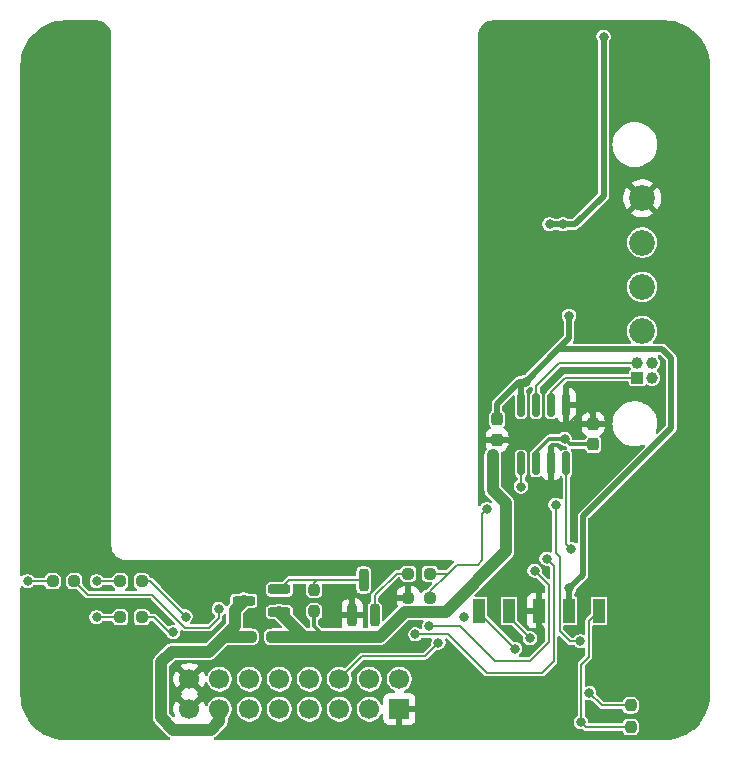
<source format=gbl>
G04 #@! TF.GenerationSoftware,KiCad,Pcbnew,9.0.6*
G04 #@! TF.CreationDate,2026-01-15T23:38:00-05:00*
G04 #@! TF.ProjectId,telemetry_transmitter,74656c65-6d65-4747-9279-5f7472616e73,rev?*
G04 #@! TF.SameCoordinates,Original*
G04 #@! TF.FileFunction,Copper,L2,Bot*
G04 #@! TF.FilePolarity,Positive*
%FSLAX46Y46*%
G04 Gerber Fmt 4.6, Leading zero omitted, Abs format (unit mm)*
G04 Created by KiCad (PCBNEW 9.0.6) date 2026-01-15 23:38:00*
%MOMM*%
%LPD*%
G01*
G04 APERTURE LIST*
G04 Aperture macros list*
%AMRoundRect*
0 Rectangle with rounded corners*
0 $1 Rounding radius*
0 $2 $3 $4 $5 $6 $7 $8 $9 X,Y pos of 4 corners*
0 Add a 4 corners polygon primitive as box body*
4,1,4,$2,$3,$4,$5,$6,$7,$8,$9,$2,$3,0*
0 Add four circle primitives for the rounded corners*
1,1,$1+$1,$2,$3*
1,1,$1+$1,$4,$5*
1,1,$1+$1,$6,$7*
1,1,$1+$1,$8,$9*
0 Add four rect primitives between the rounded corners*
20,1,$1+$1,$2,$3,$4,$5,0*
20,1,$1+$1,$4,$5,$6,$7,0*
20,1,$1+$1,$6,$7,$8,$9,0*
20,1,$1+$1,$8,$9,$2,$3,0*%
G04 Aperture macros list end*
G04 #@! TA.AperFunction,ComponentPad*
%ADD10R,1.700000X1.700000*%
G04 #@! TD*
G04 #@! TA.AperFunction,ComponentPad*
%ADD11C,1.700000*%
G04 #@! TD*
G04 #@! TA.AperFunction,ComponentPad*
%ADD12R,1.000000X1.000000*%
G04 #@! TD*
G04 #@! TA.AperFunction,ComponentPad*
%ADD13C,1.000000*%
G04 #@! TD*
G04 #@! TA.AperFunction,ComponentPad*
%ADD14C,2.175000*%
G04 #@! TD*
G04 #@! TA.AperFunction,SMDPad,CuDef*
%ADD15RoundRect,0.237500X-0.250000X-0.237500X0.250000X-0.237500X0.250000X0.237500X-0.250000X0.237500X0*%
G04 #@! TD*
G04 #@! TA.AperFunction,SMDPad,CuDef*
%ADD16RoundRect,0.237500X-0.237500X0.300000X-0.237500X-0.300000X0.237500X-0.300000X0.237500X0.300000X0*%
G04 #@! TD*
G04 #@! TA.AperFunction,SMDPad,CuDef*
%ADD17RoundRect,0.237500X0.237500X-0.300000X0.237500X0.300000X-0.237500X0.300000X-0.237500X-0.300000X0*%
G04 #@! TD*
G04 #@! TA.AperFunction,SMDPad,CuDef*
%ADD18RoundRect,0.237500X-0.237500X0.250000X-0.237500X-0.250000X0.237500X-0.250000X0.237500X0.250000X0*%
G04 #@! TD*
G04 #@! TA.AperFunction,SMDPad,CuDef*
%ADD19RoundRect,0.150000X0.150000X-0.825000X0.150000X0.825000X-0.150000X0.825000X-0.150000X-0.825000X0*%
G04 #@! TD*
G04 #@! TA.AperFunction,SMDPad,CuDef*
%ADD20RoundRect,0.200000X0.750000X0.200000X-0.750000X0.200000X-0.750000X-0.200000X0.750000X-0.200000X0*%
G04 #@! TD*
G04 #@! TA.AperFunction,ComponentPad*
%ADD21C,0.800000*%
G04 #@! TD*
G04 #@! TA.AperFunction,ComponentPad*
%ADD22C,6.400000*%
G04 #@! TD*
G04 #@! TA.AperFunction,SMDPad,CuDef*
%ADD23RoundRect,0.200000X0.200000X-0.750000X0.200000X0.750000X-0.200000X0.750000X-0.200000X-0.750000X0*%
G04 #@! TD*
G04 #@! TA.AperFunction,SMDPad,CuDef*
%ADD24RoundRect,0.237500X0.237500X-0.250000X0.237500X0.250000X-0.237500X0.250000X-0.237500X-0.250000X0*%
G04 #@! TD*
G04 #@! TA.AperFunction,SMDPad,CuDef*
%ADD25R,1.000000X2.000000*%
G04 #@! TD*
G04 #@! TA.AperFunction,SMDPad,CuDef*
%ADD26RoundRect,0.237500X0.250000X0.237500X-0.250000X0.237500X-0.250000X-0.237500X0.250000X-0.237500X0*%
G04 #@! TD*
G04 #@! TA.AperFunction,ViaPad*
%ADD27C,0.800000*%
G04 #@! TD*
G04 #@! TA.AperFunction,Conductor*
%ADD28C,0.203200*%
G04 #@! TD*
G04 #@! TA.AperFunction,Conductor*
%ADD29C,0.304800*%
G04 #@! TD*
G04 #@! TA.AperFunction,Conductor*
%ADD30C,0.508000*%
G04 #@! TD*
G04 #@! TA.AperFunction,Conductor*
%ADD31C,1.000000*%
G04 #@! TD*
G04 APERTURE END LIST*
D10*
G04 #@! TO.P,J3,1,Pin_1*
G04 #@! TO.N,GND*
X140624800Y-131913800D03*
D11*
G04 #@! TO.P,J3,2,Pin_2*
G04 #@! TO.N,unconnected-(J3-Pin_2-Pad2)*
X140624800Y-129373800D03*
G04 #@! TO.P,J3,3,Pin_3*
G04 #@! TO.N,unconnected-(J3-Pin_3-Pad3)*
X138084800Y-131913800D03*
G04 #@! TO.P,J3,4,Pin_4*
G04 #@! TO.N,unconnected-(J3-Pin_4-Pad4)*
X138084800Y-129373800D03*
G04 #@! TO.P,J3,5,Pin_5*
G04 #@! TO.N,unconnected-(J3-Pin_5-Pad5)*
X135544800Y-131913800D03*
G04 #@! TO.P,J3,6,Pin_6*
G04 #@! TO.N,/RTS*
X135544800Y-129373800D03*
G04 #@! TO.P,J3,7,Pin_7*
G04 #@! TO.N,unconnected-(J3-Pin_7-Pad7)*
X133004800Y-131913800D03*
G04 #@! TO.P,J3,8,Pin_8*
G04 #@! TO.N,/TX*
X133004800Y-129373800D03*
G04 #@! TO.P,J3,9,Pin_9*
G04 #@! TO.N,unconnected-(J3-Pin_9-Pad9)*
X130464800Y-131913800D03*
G04 #@! TO.P,J3,10,Pin_10*
G04 #@! TO.N,/RX*
X130464800Y-129373800D03*
G04 #@! TO.P,J3,11,Pin_11*
G04 #@! TO.N,unconnected-(J3-Pin_11-Pad11)*
X127924800Y-131913800D03*
G04 #@! TO.P,J3,12,Pin_12*
G04 #@! TO.N,unconnected-(J3-Pin_12-Pad12)*
X127924800Y-129373800D03*
G04 #@! TO.P,J3,13,Pin_13*
G04 #@! TO.N,Net-(J3-Pin_13)*
X125384800Y-131913800D03*
G04 #@! TO.P,J3,14,Pin_14*
G04 #@! TO.N,/CTS*
X125384800Y-129373800D03*
G04 #@! TO.P,J3,15,Pin_15*
G04 #@! TO.N,GND*
X122844800Y-131913800D03*
G04 #@! TO.P,J3,16,Pin_16*
X122844800Y-129373800D03*
G04 #@! TD*
D12*
G04 #@! TO.P,J2,1,CANH*
G04 #@! TO.N,/CAN_H*
X160761800Y-103860800D03*
D13*
G04 #@! TO.P,J2,2,CANL*
G04 #@! TO.N,/CAN_L*
X160761800Y-102610800D03*
G04 #@! TO.P,J2,3,NC*
G04 #@! TO.N,unconnected-(J2-NC-Pad3)*
X162011800Y-103860800D03*
G04 #@! TO.P,J2,4,NC*
G04 #@! TO.N,unconnected-(J2-NC-Pad4)*
X162011800Y-102610800D03*
D14*
G04 #@! TO.P,J2,A,+CHG*
G04 #@! TO.N,unconnected-(J2-+CHG-PadA)*
X161181800Y-99910800D03*
G04 #@! TO.P,J2,B,+12V*
G04 #@! TO.N,+12V*
X161181800Y-96160800D03*
G04 #@! TO.P,J2,C,+5V*
G04 #@! TO.N,unconnected-(J2-+5V-PadC)*
X161181800Y-92410800D03*
G04 #@! TO.P,J2,D,GND*
G04 #@! TO.N,GND*
X161181800Y-88660800D03*
G04 #@! TD*
D15*
G04 #@! TO.P,R7,1*
G04 #@! TO.N,Net-(Q2-G)*
X141378300Y-120446800D03*
G04 #@! TO.P,R7,2*
G04 #@! TO.N,/RADIO_OFF*
X143203300Y-120446800D03*
G04 #@! TD*
D16*
G04 #@! TO.P,C4,1*
G04 #@! TO.N,+3V3*
X148894800Y-107392300D03*
G04 #@! TO.P,C4,2*
G04 #@! TO.N,GND*
X148894800Y-109117300D03*
G04 #@! TD*
D17*
G04 #@! TO.P,C5,1*
G04 #@! TO.N,+5V*
X157022800Y-109498300D03*
G04 #@! TO.P,C5,2*
G04 #@! TO.N,GND*
X157022800Y-107773300D03*
G04 #@! TD*
D15*
G04 #@! TO.P,R1,1*
G04 #@! TO.N,Net-(D1-K)*
X111279300Y-121081800D03*
G04 #@! TO.P,R1,2*
G04 #@! TO.N,/LED1*
X113104300Y-121081800D03*
G04 #@! TD*
D18*
G04 #@! TO.P,R4,1*
G04 #@! TO.N,+3V3*
X160197800Y-131599300D03*
G04 #@! TO.P,R4,2*
G04 #@! TO.N,/~{MCLR}*
X160197800Y-133424300D03*
G04 #@! TD*
D19*
G04 #@! TO.P,U2,1,TXD*
G04 #@! TO.N,/CAN_TX*
X154736800Y-111110800D03*
G04 #@! TO.P,U2,2,VSS*
G04 #@! TO.N,GND*
X153466800Y-111110800D03*
G04 #@! TO.P,U2,3,VDD*
G04 #@! TO.N,+5V*
X152196800Y-111110800D03*
G04 #@! TO.P,U2,4,RXD*
G04 #@! TO.N,/CAN_RX*
X150926800Y-111110800D03*
G04 #@! TO.P,U2,5,VIO*
G04 #@! TO.N,+3V3*
X150926800Y-106160800D03*
G04 #@! TO.P,U2,6,CANL*
G04 #@! TO.N,/CAN_L*
X152196800Y-106160800D03*
G04 #@! TO.P,U2,7,CANH*
G04 #@! TO.N,/CAN_H*
X153466800Y-106160800D03*
G04 #@! TO.P,U2,8,STBY*
G04 #@! TO.N,GND*
X154736800Y-106160800D03*
G04 #@! TD*
D15*
G04 #@! TO.P,R5,1*
G04 #@! TO.N,Net-(J3-Pin_13)*
X128043300Y-125780800D03*
G04 #@! TO.P,R5,2*
G04 #@! TO.N,+5V*
X129868300Y-125780800D03*
G04 #@! TD*
D20*
G04 #@! TO.P,Q1,1,G*
G04 #@! TO.N,Net-(Q1-G)*
X130455800Y-121782800D03*
G04 #@! TO.P,Q1,2,S*
G04 #@! TO.N,+5V*
X130455800Y-123682800D03*
G04 #@! TO.P,Q1,3,D*
G04 #@! TO.N,Net-(J3-Pin_13)*
X127455800Y-122732800D03*
G04 #@! TD*
D21*
G04 #@! TO.P,H3,1,1*
G04 #@! TO.N,GND*
X114718800Y-77393800D03*
X114015856Y-79090856D03*
X114015856Y-75696744D03*
X112318800Y-79793800D03*
D22*
X112318800Y-77393800D03*
D21*
X112318800Y-74993800D03*
X110621744Y-79090856D03*
X110621744Y-75696744D03*
X109918800Y-77393800D03*
G04 #@! TD*
D15*
G04 #@! TO.P,R2,1*
G04 #@! TO.N,Net-(D2-K)*
X116994300Y-121081800D03*
G04 #@! TO.P,R2,2*
G04 #@! TO.N,/LED2*
X118819300Y-121081800D03*
G04 #@! TD*
D21*
G04 #@! TO.P,H2,1,1*
G04 #@! TO.N,GND*
X165518800Y-128193800D03*
X164815856Y-129890856D03*
X164815856Y-126496744D03*
X163118800Y-130593800D03*
D22*
X163118800Y-128193800D03*
D21*
X163118800Y-125793800D03*
X161421744Y-129890856D03*
X161421744Y-126496744D03*
X160718800Y-128193800D03*
G04 #@! TD*
D23*
G04 #@! TO.P,Q2,1,G*
G04 #@! TO.N,Net-(Q2-G)*
X138541800Y-123978800D03*
G04 #@! TO.P,Q2,2,S*
G04 #@! TO.N,GND*
X136641800Y-123978800D03*
G04 #@! TO.P,Q2,3,D*
G04 #@! TO.N,Net-(Q1-G)*
X137591800Y-120978800D03*
G04 #@! TD*
D21*
G04 #@! TO.P,H4,1,1*
G04 #@! TO.N,GND*
X165518800Y-77393800D03*
X164815856Y-79090856D03*
X164815856Y-75696744D03*
X163118800Y-79793800D03*
D22*
X163118800Y-77393800D03*
D21*
X163118800Y-74993800D03*
X161421744Y-79090856D03*
X161421744Y-75696744D03*
X160718800Y-77393800D03*
G04 #@! TD*
D24*
G04 #@! TO.P,R6,1*
G04 #@! TO.N,+5V*
X133400800Y-123645300D03*
G04 #@! TO.P,R6,2*
G04 #@! TO.N,Net-(Q1-G)*
X133400800Y-121820300D03*
G04 #@! TD*
D25*
G04 #@! TO.P,J1,1,Pin_1*
G04 #@! TO.N,/ICSPCLK*
X147370800Y-123587300D03*
G04 #@! TO.P,J1,2,Pin_2*
G04 #@! TO.N,/ICSPDAT*
X149910800Y-123587300D03*
G04 #@! TO.P,J1,3,Pin_3*
G04 #@! TO.N,GND*
X152450800Y-123587300D03*
G04 #@! TO.P,J1,4,Pin_4*
G04 #@! TO.N,+3V3*
X154990800Y-123587300D03*
G04 #@! TO.P,J1,5,Pin_5*
G04 #@! TO.N,/~{MCLR}*
X157530800Y-123587300D03*
G04 #@! TD*
D26*
G04 #@! TO.P,R8,1*
G04 #@! TO.N,/RADIO_OFF*
X143203300Y-122478800D03*
G04 #@! TO.P,R8,2*
G04 #@! TO.N,GND*
X141378300Y-122478800D03*
G04 #@! TD*
D15*
G04 #@! TO.P,R3,1*
G04 #@! TO.N,Net-(D3-K)*
X116994300Y-124129800D03*
G04 #@! TO.P,R3,2*
G04 #@! TO.N,/LED3*
X118819300Y-124129800D03*
G04 #@! TD*
D21*
G04 #@! TO.P,H1,1,1*
G04 #@! TO.N,GND*
X114718800Y-128193800D03*
X114015856Y-129890856D03*
X114015856Y-126496744D03*
X112318800Y-130593800D03*
D22*
X112318800Y-128193800D03*
D21*
X112318800Y-125793800D03*
X110621744Y-129890856D03*
X110621744Y-126496744D03*
X109918800Y-128193800D03*
G04 #@! TD*
D27*
G04 #@! TO.N,GND*
X158902400Y-76174600D03*
X136753600Y-133400800D03*
X150037800Y-109905800D03*
X144526000Y-129641600D03*
X160197800Y-115747800D03*
X149580600Y-79756000D03*
X165531800Y-123240800D03*
X151231600Y-76149200D03*
X165531800Y-115493800D03*
X161467800Y-115620800D03*
X149860000Y-77571600D03*
X148107400Y-93091000D03*
X136067800Y-122224800D03*
X151755481Y-107820270D03*
X149580600Y-93802200D03*
X148844000Y-86766400D03*
X156210000Y-95808800D03*
X160197800Y-124637800D03*
X165277800Y-120446800D03*
X166420800Y-120954800D03*
X160680400Y-80441800D03*
X165531800Y-118033800D03*
X166039800Y-125272800D03*
X143205200Y-131343400D03*
X155067000Y-76250800D03*
X165404800Y-121589800D03*
X148717000Y-90373200D03*
X153162000Y-132410200D03*
X166166800Y-122351800D03*
X161086800Y-118033800D03*
X127076200Y-133477000D03*
X149555200Y-82219800D03*
X154940000Y-130835400D03*
X147929600Y-95199200D03*
X153466800Y-112953800D03*
X126111000Y-127203200D03*
X154762200Y-95300800D03*
X160070800Y-118795800D03*
X145313400Y-132537200D03*
X152562000Y-125145800D03*
X159943800Y-125780800D03*
X162610800Y-115493800D03*
X156260800Y-106349800D03*
X149123400Y-91694000D03*
X147777200Y-91236800D03*
X164134800Y-115620800D03*
X166166800Y-119430800D03*
X152958800Y-129743200D03*
X166166800Y-116763800D03*
X139877800Y-122859800D03*
X166420800Y-124002800D03*
X161467800Y-124510800D03*
X131724400Y-133350000D03*
X165277800Y-124510800D03*
X156667200Y-76225400D03*
X147751800Y-87731600D03*
G04 #@! TO.N,+3V3*
X154990800Y-121691400D03*
X154990800Y-98602800D03*
X151307800Y-104190800D03*
X146100800Y-124129800D03*
X156708400Y-130556000D03*
G04 #@! TO.N,+5V*
X148513800Y-110413800D03*
X154609800Y-109016800D03*
X148513800Y-111302800D03*
X148513800Y-112318800D03*
X148513800Y-113334800D03*
G04 #@! TO.N,Net-(D1-K)*
X109143800Y-121081800D03*
G04 #@! TO.N,Net-(D2-K)*
X114991800Y-121081800D03*
G04 #@! TO.N,/~{MCLR}*
X156006800Y-133019800D03*
G04 #@! TO.N,/ICSPDAT*
X151688800Y-125907800D03*
G04 #@! TO.N,/ICSPCLK*
X150418800Y-126796800D03*
G04 #@! TO.N,Net-(D3-K)*
X114985800Y-124129800D03*
G04 #@! TO.N,/LED1*
X125336300Y-123428200D03*
G04 #@! TO.N,/LED2*
X152069800Y-120192800D03*
X122530407Y-124078193D03*
X143154400Y-124876000D03*
G04 #@! TO.N,/LED3*
X153085800Y-119176800D03*
X121462800Y-125399800D03*
X141960600Y-125577600D03*
G04 #@! TO.N,/CAN_RX*
X150926800Y-113080800D03*
G04 #@! TO.N,/CAN_TX*
X155194000Y-118364000D03*
G04 #@! TO.N,/RTS*
X143929907Y-126276907D03*
G04 #@! TO.N,/RADIO_OFF*
X148005800Y-114985800D03*
G04 #@! TO.N,/power/CURR_LTT*
X155940200Y-126161800D03*
X153847800Y-114604800D03*
G04 #@! TO.N,Net-(U4-IN+)*
X154482800Y-90855800D03*
X157911800Y-74980800D03*
X153339800Y-90855800D03*
G04 #@! TD*
D28*
G04 #@! TO.N,GND*
X154790330Y-107820270D02*
X156260800Y-106349800D01*
X157022800Y-107773300D02*
X157022800Y-107111800D01*
X152441700Y-125025500D02*
X152441700Y-123596400D01*
X150037800Y-109524800D02*
X150037800Y-109905800D01*
X153466800Y-111110800D02*
X153466800Y-112953800D01*
X148894800Y-109117300D02*
X149630300Y-109117300D01*
X152562000Y-125145800D02*
X152441700Y-125025500D01*
X157022800Y-107111800D02*
X156260800Y-106349800D01*
X149630300Y-109117300D02*
X150037800Y-109524800D01*
X151755481Y-107820270D02*
X154790330Y-107820270D01*
D29*
X136641800Y-123978800D02*
X136641800Y-122798800D01*
D28*
X154736800Y-106160800D02*
X156071800Y-106160800D01*
D29*
X141378300Y-122478800D02*
X140258800Y-122478800D01*
X140258800Y-122478800D02*
X139877800Y-122859800D01*
D28*
X156071800Y-106160800D02*
X156260800Y-106349800D01*
X152441700Y-123596400D02*
X152450800Y-123587300D01*
D29*
X136641800Y-122798800D02*
X136067800Y-122224800D01*
D30*
G04 #@! TO.N,+3V3*
X163652200Y-108102400D02*
X163652200Y-102209600D01*
X162895900Y-101453300D02*
X154045300Y-101453300D01*
X156159200Y-115595400D02*
X163652200Y-108102400D01*
X154990800Y-98602800D02*
X154990800Y-100507800D01*
X148894800Y-106045000D02*
X148894800Y-107392300D01*
X156159200Y-119329200D02*
X156159200Y-115595400D01*
X154990800Y-100507800D02*
X153962100Y-101536500D01*
X150749000Y-104190800D02*
X148894800Y-106045000D01*
X151307800Y-104190800D02*
X150749000Y-104190800D01*
D28*
X157751700Y-131599300D02*
X160197800Y-131599300D01*
D30*
X154045300Y-101453300D02*
X153962100Y-101536500D01*
X154990800Y-121691400D02*
X154990800Y-123587300D01*
X153962100Y-101536500D02*
X151307800Y-104190800D01*
X163652200Y-102209600D02*
X162895900Y-101453300D01*
X150926800Y-106160800D02*
X150926800Y-104571800D01*
X150926800Y-104571800D02*
X151307800Y-104190800D01*
D28*
X156708400Y-130556000D02*
X157751700Y-131599300D01*
D30*
X154990800Y-121691400D02*
X156159200Y-120523000D01*
X156159200Y-120523000D02*
X156159200Y-119329200D01*
D29*
G04 #@! TO.N,+5V*
X133400800Y-124891800D02*
X134289800Y-125780800D01*
D31*
X134289800Y-125780800D02*
X132553800Y-125780800D01*
X148513800Y-110413800D02*
X148513800Y-113334800D01*
D29*
X157022800Y-109498300D02*
X155091300Y-109498300D01*
D31*
X141095548Y-123654800D02*
X138969548Y-125780800D01*
X149656800Y-118541800D02*
X144543800Y-123654800D01*
X149656800Y-114477800D02*
X149656800Y-118541800D01*
D29*
X133400800Y-123645300D02*
X133400800Y-124891800D01*
X154609800Y-109016800D02*
X153315801Y-109016800D01*
D31*
X138969548Y-125780800D02*
X134289800Y-125780800D01*
X132553800Y-125780800D02*
X129868300Y-125780800D01*
D29*
X153315801Y-109016800D02*
X152196800Y-110135801D01*
D31*
X144543800Y-123654800D02*
X141095548Y-123654800D01*
D29*
X155091300Y-109498300D02*
X154609800Y-109016800D01*
D31*
X132553800Y-125780800D02*
X130455800Y-123682800D01*
X148513800Y-113334800D02*
X149656800Y-114477800D01*
D29*
X152196800Y-110135801D02*
X152196800Y-111110800D01*
D28*
G04 #@! TO.N,Net-(D1-K)*
X109143800Y-121081800D02*
X111279300Y-121081800D01*
G04 #@! TO.N,Net-(D2-K)*
X114991800Y-121081800D02*
X116994300Y-121081800D01*
G04 #@! TO.N,/~{MCLR}*
X156411300Y-133424300D02*
X160197800Y-133424300D01*
X156006800Y-128143000D02*
X156641800Y-127508000D01*
X156006800Y-133019800D02*
X156411300Y-133424300D01*
X156006800Y-133019800D02*
X156006800Y-128143000D01*
X156641800Y-124476300D02*
X157530800Y-123587300D01*
X156641800Y-127508000D02*
X156641800Y-124476300D01*
G04 #@! TO.N,/ICSPDAT*
X149910800Y-123587300D02*
X149910800Y-124129800D01*
X149910800Y-124129800D02*
X151688800Y-125907800D01*
G04 #@! TO.N,/ICSPCLK*
X147370800Y-123587300D02*
X147370800Y-123748800D01*
X147370800Y-123748800D02*
X150418800Y-126796800D01*
G04 #@! TO.N,Net-(D3-K)*
X114985800Y-124129800D02*
X116994300Y-124129800D01*
G04 #@! TO.N,/CAN_L*
X152196800Y-104571800D02*
X152196800Y-106160800D01*
X154157800Y-102610800D02*
X152196800Y-104571800D01*
X160761800Y-102610800D02*
X154157800Y-102610800D01*
G04 #@! TO.N,/CAN_H*
X153466800Y-105079800D02*
X153466800Y-106160800D01*
X160761800Y-103860800D02*
X154685800Y-103860800D01*
X154685800Y-103860800D02*
X153466800Y-105079800D01*
G04 #@! TO.N,/LED1*
X124510800Y-125018800D02*
X122478800Y-125018800D01*
X125336300Y-124193300D02*
X124510800Y-125018800D01*
X125336300Y-123428200D02*
X125336300Y-124193300D01*
X119684800Y-122224800D02*
X114247300Y-122224800D01*
X122478800Y-125018800D02*
X119684800Y-122224800D01*
X114247300Y-122224800D02*
X113104300Y-121081800D01*
G04 #@! TO.N,/LED2*
X151688800Y-127812800D02*
X153263600Y-126238000D01*
X119534014Y-121081800D02*
X118819300Y-121081800D01*
X148729100Y-127812800D02*
X151688800Y-127812800D01*
X153263600Y-126238000D02*
X153263600Y-121386600D01*
X122530407Y-124078193D02*
X119534014Y-121081800D01*
X145792300Y-124876000D02*
X148729100Y-127812800D01*
X143154400Y-124876000D02*
X145792300Y-124876000D01*
X153263600Y-121386600D02*
X152069800Y-120192800D01*
G04 #@! TO.N,/LED3*
X143638880Y-125574307D02*
X144220934Y-125574307D01*
X121081800Y-125399800D02*
X119811800Y-124129800D01*
X119811800Y-124129800D02*
X118819300Y-124129800D01*
X153695400Y-127838200D02*
X153695400Y-119786400D01*
X141960600Y-125577600D02*
X143635587Y-125577600D01*
X153695400Y-119786400D02*
X153085800Y-119176800D01*
X121462800Y-125399800D02*
X121081800Y-125399800D01*
X143635587Y-125577600D02*
X143638880Y-125574307D01*
X148005800Y-128828800D02*
X152704800Y-128828800D01*
X152704800Y-128828800D02*
X153695400Y-127838200D01*
X144220934Y-125574307D02*
X144224227Y-125577600D01*
X144754600Y-125577600D02*
X148005800Y-128828800D01*
X144224227Y-125577600D02*
X144754600Y-125577600D01*
G04 #@! TO.N,/CAN_RX*
X150926800Y-113080800D02*
X150926800Y-111110800D01*
G04 #@! TO.N,/CAN_TX*
X154736800Y-117906800D02*
X154736800Y-111110800D01*
X155194000Y-118364000D02*
X154736800Y-117906800D01*
G04 #@! TO.N,/RTS*
X143929907Y-126276907D02*
X142775014Y-127431800D01*
X142775014Y-127431800D02*
X137486800Y-127431800D01*
X137486800Y-127431800D02*
X135544800Y-129373800D01*
G04 #@! TO.N,/RADIO_OFF*
X145465800Y-119684800D02*
X144703800Y-120446800D01*
X147624800Y-115366800D02*
X147624800Y-119303800D01*
X143203300Y-121947300D02*
X144703800Y-120446800D01*
X147624800Y-119303800D02*
X147243800Y-119684800D01*
X143203300Y-122478800D02*
X143203300Y-121947300D01*
X147243800Y-119684800D02*
X145465800Y-119684800D01*
X144703800Y-120446800D02*
X143203300Y-120446800D01*
X148005800Y-114985800D02*
X147624800Y-115366800D01*
G04 #@! TO.N,/power/CURR_LTT*
X154188200Y-119009200D02*
X153847800Y-118668800D01*
X155041600Y-126161800D02*
X154188200Y-125308400D01*
X154188200Y-125308400D02*
X154188200Y-119009200D01*
X153847800Y-118668800D02*
X153847800Y-114604800D01*
X155940200Y-126161800D02*
X155041600Y-126161800D01*
D31*
G04 #@! TO.N,Net-(J3-Pin_13)*
X124510800Y-127050800D02*
X121335800Y-127050800D01*
X126669800Y-123518800D02*
X126669800Y-124891800D01*
X120446800Y-127939800D02*
X120446800Y-132618523D01*
X127455800Y-122732800D02*
X126669800Y-123518800D01*
X126669800Y-124891800D02*
X125780800Y-125780800D01*
X121335800Y-127050800D02*
X120446800Y-127939800D01*
X124637800Y-133654800D02*
X125384800Y-132907800D01*
X125780800Y-125780800D02*
X124510800Y-127050800D01*
X125384800Y-132907800D02*
X125384800Y-131913800D01*
X125780800Y-125780800D02*
X128043300Y-125780800D01*
X120446800Y-132618523D02*
X121483077Y-133654800D01*
X121483077Y-133654800D02*
X124637800Y-133654800D01*
D28*
G04 #@! TO.N,Net-(Q1-G)*
X133400800Y-121232800D02*
X133654800Y-120978800D01*
X131259800Y-120978800D02*
X133654800Y-120978800D01*
X133654800Y-120978800D02*
X137591800Y-120978800D01*
X130455800Y-121782800D02*
X131259800Y-120978800D01*
X133400800Y-121820300D02*
X133400800Y-121232800D01*
G04 #@! TO.N,Net-(Q2-G)*
X141378300Y-120446800D02*
X140385800Y-120446800D01*
X140385800Y-120446800D02*
X138541800Y-122290800D01*
X138541800Y-122290800D02*
X138541800Y-123978800D01*
D30*
G04 #@! TO.N,Net-(U4-IN+)*
X155498800Y-90855800D02*
X157911800Y-88442800D01*
X157911800Y-88442800D02*
X157911800Y-74980800D01*
X153339800Y-90855800D02*
X155498800Y-90855800D01*
G04 #@! TD*
G04 #@! TA.AperFunction,Conductor*
G04 #@! TO.N,GND*
G36*
X114990653Y-73609681D02*
G01*
X115170759Y-73623856D01*
X115189968Y-73626899D01*
X115360889Y-73667933D01*
X115379381Y-73673941D01*
X115509674Y-73727910D01*
X115541776Y-73741208D01*
X115559113Y-73750042D01*
X115708976Y-73841878D01*
X115724718Y-73853315D01*
X115858373Y-73967468D01*
X115872131Y-73981226D01*
X115986284Y-74114881D01*
X115997721Y-74130623D01*
X116089557Y-74280486D01*
X116098391Y-74297823D01*
X116165655Y-74460211D01*
X116171668Y-74478717D01*
X116212699Y-74649626D01*
X116215743Y-74668844D01*
X116229918Y-74848946D01*
X116230300Y-74858675D01*
X116230300Y-118135763D01*
X116253928Y-118284943D01*
X116262199Y-118337164D01*
X116325213Y-118531099D01*
X116417789Y-118712790D01*
X116537648Y-118877762D01*
X116681838Y-119021952D01*
X116846810Y-119141811D01*
X117028501Y-119234387D01*
X117222436Y-119297401D01*
X117297963Y-119309363D01*
X117423837Y-119329300D01*
X145094703Y-119329300D01*
X145161742Y-119348985D01*
X145207497Y-119401789D01*
X145217441Y-119470947D01*
X145188416Y-119534503D01*
X145182384Y-119540981D01*
X144614985Y-120108381D01*
X144553662Y-120141866D01*
X144527304Y-120144700D01*
X143982718Y-120144700D01*
X143915679Y-120125015D01*
X143869924Y-120072211D01*
X143865677Y-120061655D01*
X143852227Y-120023219D01*
X143844916Y-120002325D01*
X143836157Y-119990457D01*
X143766511Y-119896089D01*
X143766510Y-119896088D01*
X143660276Y-119817684D01*
X143535648Y-119774074D01*
X143535649Y-119774074D01*
X143506060Y-119771300D01*
X143506056Y-119771300D01*
X142900544Y-119771300D01*
X142900540Y-119771300D01*
X142870950Y-119774074D01*
X142746323Y-119817684D01*
X142640089Y-119896088D01*
X142640088Y-119896089D01*
X142561684Y-120002323D01*
X142518074Y-120126950D01*
X142515300Y-120156539D01*
X142515300Y-120737060D01*
X142518074Y-120766649D01*
X142561684Y-120891276D01*
X142640088Y-120997510D01*
X142640089Y-120997511D01*
X142746323Y-121075915D01*
X142746324Y-121075915D01*
X142746325Y-121075916D01*
X142870951Y-121119525D01*
X142870950Y-121119525D01*
X142900540Y-121122300D01*
X143301703Y-121122300D01*
X143368742Y-121141985D01*
X143414497Y-121194789D01*
X143424441Y-121263947D01*
X143395416Y-121327503D01*
X143389384Y-121333981D01*
X142955813Y-121767553D01*
X142953809Y-121765549D01*
X142908450Y-121798647D01*
X142878122Y-121805402D01*
X142870950Y-121806074D01*
X142746323Y-121849684D01*
X142640089Y-121928088D01*
X142640088Y-121928089D01*
X142561684Y-122034323D01*
X142559239Y-122038950D01*
X142510507Y-122089020D01*
X142442441Y-122104794D01*
X142376652Y-122081266D01*
X142334027Y-122025904D01*
X142331906Y-122020005D01*
X142301254Y-121927501D01*
X142301248Y-121927488D01*
X142210747Y-121780765D01*
X142210744Y-121780761D01*
X142088838Y-121658855D01*
X142088834Y-121658852D01*
X141942111Y-121568351D01*
X141942100Y-121568346D01*
X141778452Y-121514119D01*
X141677454Y-121503800D01*
X141628300Y-121503800D01*
X141628300Y-122354800D01*
X141608615Y-122421839D01*
X141555811Y-122467594D01*
X141504300Y-122478800D01*
X141378300Y-122478800D01*
X141378300Y-122604800D01*
X141358615Y-122671839D01*
X141305811Y-122717594D01*
X141254300Y-122728800D01*
X140390801Y-122728800D01*
X140390801Y-122765454D01*
X140401119Y-122866452D01*
X140455346Y-123030100D01*
X140455351Y-123030111D01*
X140508496Y-123116271D01*
X140526937Y-123183663D01*
X140506015Y-123250327D01*
X140490639Y-123269049D01*
X139353980Y-124405709D01*
X139292657Y-124439194D01*
X139222965Y-124434210D01*
X139167032Y-124392338D01*
X139142615Y-124326874D01*
X139142299Y-124318028D01*
X139142299Y-123197282D01*
X139138329Y-123172217D01*
X139127446Y-123103496D01*
X139069850Y-122990458D01*
X139069846Y-122990454D01*
X139069845Y-122990452D01*
X138980147Y-122900754D01*
X138980143Y-122900751D01*
X138980142Y-122900750D01*
X138978840Y-122900086D01*
X138911604Y-122865827D01*
X138860808Y-122817852D01*
X138843900Y-122755343D01*
X138843900Y-122467296D01*
X138863585Y-122400257D01*
X138880219Y-122379615D01*
X139067689Y-122192145D01*
X140390800Y-122192145D01*
X140390800Y-122228800D01*
X141128300Y-122228800D01*
X141128300Y-121503800D01*
X141128299Y-121503799D01*
X141079161Y-121503800D01*
X141079143Y-121503801D01*
X140978147Y-121514119D01*
X140814499Y-121568346D01*
X140814488Y-121568351D01*
X140667765Y-121658852D01*
X140667761Y-121658855D01*
X140545855Y-121780761D01*
X140545852Y-121780765D01*
X140455351Y-121927488D01*
X140455346Y-121927499D01*
X140401119Y-122091147D01*
X140390800Y-122192145D01*
X139067689Y-122192145D01*
X140474615Y-120785219D01*
X140501542Y-120770515D01*
X140527361Y-120753923D01*
X140533561Y-120753031D01*
X140535938Y-120751734D01*
X140562296Y-120748900D01*
X140598882Y-120748900D01*
X140665921Y-120768585D01*
X140711676Y-120821389D01*
X140715923Y-120831945D01*
X140736684Y-120891275D01*
X140736684Y-120891276D01*
X140815088Y-120997510D01*
X140815089Y-120997511D01*
X140921323Y-121075915D01*
X140921324Y-121075915D01*
X140921325Y-121075916D01*
X141045951Y-121119525D01*
X141045950Y-121119525D01*
X141075540Y-121122300D01*
X141075544Y-121122300D01*
X141681060Y-121122300D01*
X141710649Y-121119525D01*
X141714218Y-121118276D01*
X141835275Y-121075916D01*
X141941511Y-120997511D01*
X142019916Y-120891275D01*
X142063525Y-120766649D01*
X142064147Y-120760015D01*
X142066300Y-120737060D01*
X142066300Y-120156539D01*
X142063525Y-120126950D01*
X142027227Y-120023219D01*
X142019916Y-120002325D01*
X142011157Y-119990457D01*
X141941511Y-119896089D01*
X141941510Y-119896088D01*
X141835276Y-119817684D01*
X141710648Y-119774074D01*
X141710649Y-119774074D01*
X141681060Y-119771300D01*
X141681056Y-119771300D01*
X141075544Y-119771300D01*
X141075540Y-119771300D01*
X141045950Y-119774074D01*
X140921323Y-119817684D01*
X140815089Y-119896088D01*
X140815088Y-119896089D01*
X140736684Y-120002323D01*
X140736684Y-120002324D01*
X140715923Y-120061655D01*
X140675201Y-120118431D01*
X140610248Y-120144178D01*
X140598882Y-120144700D01*
X140346024Y-120144700D01*
X140269194Y-120165285D01*
X140200303Y-120205061D01*
X138348868Y-122056495D01*
X138348858Y-122056507D01*
X138300060Y-122105306D01*
X138260287Y-122174193D01*
X138260287Y-122174194D01*
X138260283Y-122174208D01*
X138260282Y-122174210D01*
X138260039Y-122175119D01*
X138241274Y-122245153D01*
X138239700Y-122251029D01*
X138239700Y-122755344D01*
X138220015Y-122822383D01*
X138171996Y-122865827D01*
X138103458Y-122900750D01*
X138103457Y-122900751D01*
X138103452Y-122900754D01*
X138013754Y-122990452D01*
X138013751Y-122990457D01*
X138013750Y-122990458D01*
X138004190Y-123009220D01*
X137956152Y-123103498D01*
X137941300Y-123197275D01*
X137941300Y-124760317D01*
X137950658Y-124819400D01*
X137956154Y-124854104D01*
X137979542Y-124900006D01*
X137980050Y-124902709D01*
X137981852Y-124904789D01*
X137986461Y-124936846D01*
X137992439Y-124968674D01*
X137991404Y-124971223D01*
X137991796Y-124973947D01*
X137978340Y-125003410D01*
X137966163Y-125033414D01*
X137963914Y-125034999D01*
X137962771Y-125037503D01*
X137935526Y-125055012D01*
X137909057Y-125073672D01*
X137905598Y-125074245D01*
X137903993Y-125075277D01*
X137869058Y-125080300D01*
X137633987Y-125080300D01*
X137566948Y-125060615D01*
X137521193Y-125007811D01*
X137511249Y-124938653D01*
X137515602Y-124919409D01*
X137535390Y-124855904D01*
X137541800Y-124785372D01*
X137541800Y-124228800D01*
X135741801Y-124228800D01*
X135741801Y-124785382D01*
X135748208Y-124855902D01*
X135748209Y-124855908D01*
X135767997Y-124919409D01*
X135769149Y-124989270D01*
X135732348Y-125048662D01*
X135669279Y-125078730D01*
X135649612Y-125080300D01*
X134139738Y-125080300D01*
X134072699Y-125060615D01*
X134052057Y-125043981D01*
X133790019Y-124781943D01*
X133756534Y-124720620D01*
X133753700Y-124694262D01*
X133753700Y-124406942D01*
X133773385Y-124339903D01*
X133826189Y-124294148D01*
X133836742Y-124289901D01*
X133845275Y-124286916D01*
X133951511Y-124208511D01*
X134029916Y-124102275D01*
X134073525Y-123977649D01*
X134075065Y-123961224D01*
X134076300Y-123948060D01*
X134076300Y-123342539D01*
X134073525Y-123312951D01*
X134073525Y-123312950D01*
X134029916Y-123188325D01*
X134018035Y-123172227D01*
X135741800Y-123172227D01*
X135741800Y-123728800D01*
X136391800Y-123728800D01*
X136891800Y-123728800D01*
X137541799Y-123728800D01*
X137541799Y-123172217D01*
X137535391Y-123101697D01*
X137535390Y-123101692D01*
X137484818Y-122939403D01*
X137396872Y-122793922D01*
X137276677Y-122673727D01*
X137131195Y-122585780D01*
X137131196Y-122585780D01*
X136968905Y-122535209D01*
X136968906Y-122535209D01*
X136898372Y-122528800D01*
X136891800Y-122528800D01*
X136891800Y-123728800D01*
X136391800Y-123728800D01*
X136391800Y-122528800D01*
X136391799Y-122528799D01*
X136385236Y-122528800D01*
X136385217Y-122528801D01*
X136314697Y-122535208D01*
X136314692Y-122535209D01*
X136152403Y-122585781D01*
X136006922Y-122673727D01*
X135886727Y-122793922D01*
X135798780Y-122939404D01*
X135748209Y-123101693D01*
X135741800Y-123172227D01*
X134018035Y-123172227D01*
X133951511Y-123082089D01*
X133938189Y-123072257D01*
X133845276Y-123003684D01*
X133720648Y-122960074D01*
X133720649Y-122960074D01*
X133691060Y-122957300D01*
X133691056Y-122957300D01*
X133110544Y-122957300D01*
X133110540Y-122957300D01*
X133080950Y-122960074D01*
X132956323Y-123003684D01*
X132850089Y-123082088D01*
X132850088Y-123082089D01*
X132771684Y-123188323D01*
X132728074Y-123312950D01*
X132725300Y-123342539D01*
X132725300Y-123948060D01*
X132728074Y-123977649D01*
X132771684Y-124102276D01*
X132850087Y-124208509D01*
X132850088Y-124208509D01*
X132850089Y-124208511D01*
X132956325Y-124286916D01*
X132964851Y-124289899D01*
X133021629Y-124330619D01*
X133047378Y-124395571D01*
X133047900Y-124406942D01*
X133047900Y-124938260D01*
X133048144Y-124940114D01*
X133047900Y-124941678D01*
X133047900Y-124946388D01*
X133047166Y-124946388D01*
X133045508Y-124957015D01*
X133047943Y-124973947D01*
X133040237Y-124990820D01*
X133037379Y-125009149D01*
X133026024Y-125021942D01*
X133018918Y-125037503D01*
X133003311Y-125047532D01*
X132990999Y-125061405D01*
X132974233Y-125066219D01*
X132960140Y-125075277D01*
X132925205Y-125080300D01*
X132895319Y-125080300D01*
X132828280Y-125060615D01*
X132807638Y-125043981D01*
X131642618Y-123878961D01*
X131609133Y-123817638D01*
X131606299Y-123791280D01*
X131606299Y-123451282D01*
X131602709Y-123428614D01*
X131591446Y-123357496D01*
X131533850Y-123244458D01*
X131533846Y-123244454D01*
X131533845Y-123244452D01*
X131444147Y-123154754D01*
X131444144Y-123154752D01*
X131444142Y-123154750D01*
X131343551Y-123103496D01*
X131331101Y-123097152D01*
X131237324Y-123082300D01*
X131237319Y-123082300D01*
X130855570Y-123082300D01*
X130793430Y-123064053D01*
X130792981Y-123064895D01*
X130788940Y-123062735D01*
X130788531Y-123062615D01*
X130787712Y-123062078D01*
X130787609Y-123062023D01*
X130660132Y-123009221D01*
X130660122Y-123009218D01*
X130524796Y-122982300D01*
X130524794Y-122982300D01*
X130386806Y-122982300D01*
X130386804Y-122982300D01*
X130251477Y-123009218D01*
X130251471Y-123009220D01*
X130123989Y-123062024D01*
X130118612Y-123064899D01*
X130117916Y-123063597D01*
X130058230Y-123082280D01*
X130056029Y-123082300D01*
X129674282Y-123082300D01*
X129593319Y-123095123D01*
X129580496Y-123097154D01*
X129467458Y-123154750D01*
X129467457Y-123154751D01*
X129467452Y-123154754D01*
X129377754Y-123244452D01*
X129377751Y-123244457D01*
X129377750Y-123244458D01*
X129369399Y-123260848D01*
X129320152Y-123357498D01*
X129305300Y-123451275D01*
X129305300Y-123914317D01*
X129312947Y-123962599D01*
X129320154Y-124008104D01*
X129377750Y-124121142D01*
X129377752Y-124121144D01*
X129377754Y-124121147D01*
X129467452Y-124210845D01*
X129467454Y-124210846D01*
X129467458Y-124210850D01*
X129580496Y-124268446D01*
X129580498Y-124268447D01*
X129674275Y-124283299D01*
X129674281Y-124283300D01*
X130014280Y-124283299D01*
X130081319Y-124302983D01*
X130101961Y-124319618D01*
X130650962Y-124868619D01*
X130684447Y-124929942D01*
X130679463Y-124999634D01*
X130637591Y-125055567D01*
X130572127Y-125079984D01*
X130563281Y-125080300D01*
X129799305Y-125080300D01*
X129720794Y-125095917D01*
X129685603Y-125102917D01*
X129661413Y-125105300D01*
X129565540Y-125105300D01*
X129535950Y-125108074D01*
X129411323Y-125151684D01*
X129305089Y-125230088D01*
X129305088Y-125230089D01*
X129226684Y-125336323D01*
X129183074Y-125460950D01*
X129180300Y-125490539D01*
X129180300Y-125636753D01*
X129177749Y-125645438D01*
X129179038Y-125654400D01*
X129177917Y-125660945D01*
X129167800Y-125711805D01*
X129167800Y-125849794D01*
X129177917Y-125900652D01*
X129177077Y-125910032D01*
X129180300Y-125924845D01*
X129180300Y-126071060D01*
X129183074Y-126100649D01*
X129226684Y-126225276D01*
X129305088Y-126331510D01*
X129305089Y-126331511D01*
X129411323Y-126409915D01*
X129411324Y-126409915D01*
X129411325Y-126409916D01*
X129535951Y-126453525D01*
X129535950Y-126453525D01*
X129565540Y-126456300D01*
X129565544Y-126456300D01*
X129661413Y-126456300D01*
X129685603Y-126458682D01*
X129711763Y-126463886D01*
X129799304Y-126481300D01*
X129799307Y-126481300D01*
X139038544Y-126481300D01*
X139129588Y-126463189D01*
X139173876Y-126454380D01*
X139237617Y-126427977D01*
X139301355Y-126401577D01*
X139301356Y-126401576D01*
X139301359Y-126401575D01*
X139416091Y-126324914D01*
X141349386Y-124391619D01*
X141410709Y-124358134D01*
X141437067Y-124355300D01*
X142546854Y-124355300D01*
X142613893Y-124374985D01*
X142659648Y-124427789D01*
X142669592Y-124496947D01*
X142654241Y-124541300D01*
X142594823Y-124644214D01*
X142561818Y-124767394D01*
X142553900Y-124796943D01*
X142553900Y-124955057D01*
X142563067Y-124989270D01*
X142568313Y-125008847D01*
X142566650Y-125078697D01*
X142527487Y-125136559D01*
X142463258Y-125164063D01*
X142394356Y-125152476D01*
X142360857Y-125128621D01*
X142329317Y-125097081D01*
X142329309Y-125097075D01*
X142192390Y-125018026D01*
X142192386Y-125018024D01*
X142192384Y-125018023D01*
X142039657Y-124977100D01*
X141881543Y-124977100D01*
X141728816Y-125018023D01*
X141728809Y-125018026D01*
X141591890Y-125097075D01*
X141591882Y-125097081D01*
X141480081Y-125208882D01*
X141480075Y-125208890D01*
X141401026Y-125345809D01*
X141401023Y-125345816D01*
X141360100Y-125498543D01*
X141360100Y-125656657D01*
X141397892Y-125797697D01*
X141401023Y-125809383D01*
X141401026Y-125809390D01*
X141480075Y-125946309D01*
X141480079Y-125946314D01*
X141480080Y-125946316D01*
X141591884Y-126058120D01*
X141591886Y-126058121D01*
X141591890Y-126058124D01*
X141713861Y-126128543D01*
X141728816Y-126137177D01*
X141881543Y-126178100D01*
X141881545Y-126178100D01*
X142039655Y-126178100D01*
X142039657Y-126178100D01*
X142192384Y-126137177D01*
X142329316Y-126058120D01*
X142441120Y-125946316D01*
X142443783Y-125941702D01*
X142494349Y-125893486D01*
X142551172Y-125879700D01*
X143253272Y-125879700D01*
X143320311Y-125899385D01*
X143366066Y-125952189D01*
X143376010Y-126021347D01*
X143371693Y-126037073D01*
X143372434Y-126037272D01*
X143370330Y-126045121D01*
X143370330Y-126045123D01*
X143347978Y-126128543D01*
X143329407Y-126197850D01*
X143329407Y-126355960D01*
X143329408Y-126355970D01*
X143330788Y-126361121D01*
X143329120Y-126430970D01*
X143298692Y-126480886D01*
X142686199Y-127093381D01*
X142624876Y-127126866D01*
X142598518Y-127129700D01*
X137447024Y-127129700D01*
X137370194Y-127150285D01*
X137301303Y-127190061D01*
X136105304Y-128386060D01*
X136043981Y-128419545D01*
X135974289Y-128414561D01*
X135970171Y-128412940D01*
X135851224Y-128363671D01*
X135851212Y-128363668D01*
X135648269Y-128323300D01*
X135648265Y-128323300D01*
X135441335Y-128323300D01*
X135441330Y-128323300D01*
X135238387Y-128363668D01*
X135238379Y-128363670D01*
X135047203Y-128442858D01*
X134875142Y-128557824D01*
X134728824Y-128704142D01*
X134613858Y-128876203D01*
X134534670Y-129067379D01*
X134534668Y-129067387D01*
X134494300Y-129270330D01*
X134494300Y-129477269D01*
X134534668Y-129680212D01*
X134534670Y-129680220D01*
X134600739Y-129839725D01*
X134613859Y-129871398D01*
X134627636Y-129892017D01*
X134728824Y-130043457D01*
X134875142Y-130189775D01*
X134875145Y-130189777D01*
X135047202Y-130304741D01*
X135238380Y-130383930D01*
X135430541Y-130422153D01*
X135441330Y-130424299D01*
X135441334Y-130424300D01*
X135441335Y-130424300D01*
X135648266Y-130424300D01*
X135648267Y-130424299D01*
X135851220Y-130383930D01*
X136042398Y-130304741D01*
X136214455Y-130189777D01*
X136360777Y-130043455D01*
X136475741Y-129871398D01*
X136554930Y-129680220D01*
X136595300Y-129477265D01*
X136595300Y-129270335D01*
X136595299Y-129270330D01*
X137034300Y-129270330D01*
X137034300Y-129477269D01*
X137074668Y-129680212D01*
X137074670Y-129680220D01*
X137140739Y-129839725D01*
X137153859Y-129871398D01*
X137167636Y-129892017D01*
X137268824Y-130043457D01*
X137415142Y-130189775D01*
X137415145Y-130189777D01*
X137587202Y-130304741D01*
X137778380Y-130383930D01*
X137970541Y-130422153D01*
X137981330Y-130424299D01*
X137981334Y-130424300D01*
X137981335Y-130424300D01*
X138188266Y-130424300D01*
X138188267Y-130424299D01*
X138391220Y-130383930D01*
X138582398Y-130304741D01*
X138754455Y-130189777D01*
X138900777Y-130043455D01*
X139015741Y-129871398D01*
X139094930Y-129680220D01*
X139135300Y-129477265D01*
X139135300Y-129270335D01*
X139094930Y-129067380D01*
X139015741Y-128876202D01*
X138900777Y-128704145D01*
X138900775Y-128704142D01*
X138754457Y-128557824D01*
X138653520Y-128490381D01*
X138582398Y-128442859D01*
X138526113Y-128419545D01*
X138391220Y-128363670D01*
X138391212Y-128363668D01*
X138188269Y-128323300D01*
X138188265Y-128323300D01*
X137981335Y-128323300D01*
X137981330Y-128323300D01*
X137778387Y-128363668D01*
X137778379Y-128363670D01*
X137587203Y-128442858D01*
X137415142Y-128557824D01*
X137268824Y-128704142D01*
X137153858Y-128876203D01*
X137074670Y-129067379D01*
X137074668Y-129067387D01*
X137034300Y-129270330D01*
X136595299Y-129270330D01*
X136554930Y-129067380D01*
X136505657Y-128948427D01*
X136498189Y-128878959D01*
X136529464Y-128816479D01*
X136532508Y-128813324D01*
X137575615Y-127770219D01*
X137636938Y-127736734D01*
X137663296Y-127733900D01*
X142814783Y-127733900D01*
X142814786Y-127733900D01*
X142850317Y-127724380D01*
X142891619Y-127713314D01*
X142892049Y-127713066D01*
X142960508Y-127673540D01*
X143725928Y-126908118D01*
X143787249Y-126874635D01*
X143845703Y-126876027D01*
X143850850Y-126877407D01*
X143850852Y-126877407D01*
X144008962Y-126877407D01*
X144008964Y-126877407D01*
X144161691Y-126836484D01*
X144298623Y-126757427D01*
X144410427Y-126645623D01*
X144489484Y-126508691D01*
X144530407Y-126355964D01*
X144530407Y-126197850D01*
X144497472Y-126074934D01*
X144499135Y-126005087D01*
X144538297Y-125947224D01*
X144602526Y-125919720D01*
X144671428Y-125931306D01*
X144704928Y-125955162D01*
X147820303Y-129070538D01*
X147889194Y-129110314D01*
X147966024Y-129130899D01*
X147966028Y-129130900D01*
X147966031Y-129130900D01*
X152744569Y-129130900D01*
X152744572Y-129130900D01*
X152767402Y-129124782D01*
X152821405Y-129110314D01*
X152839101Y-129100097D01*
X152890294Y-129070540D01*
X153937140Y-128023694D01*
X153976913Y-127954807D01*
X153997500Y-127877972D01*
X153997500Y-127798428D01*
X153997500Y-125844296D01*
X154017185Y-125777257D01*
X154069989Y-125731502D01*
X154139147Y-125721558D01*
X154202703Y-125750583D01*
X154209181Y-125756615D01*
X154856103Y-126403538D01*
X154856105Y-126403539D01*
X154856106Y-126403540D01*
X154882830Y-126418969D01*
X154924994Y-126443314D01*
X155001824Y-126463899D01*
X155001828Y-126463900D01*
X155349628Y-126463900D01*
X155416667Y-126483585D01*
X155457016Y-126525902D01*
X155459680Y-126530516D01*
X155571484Y-126642320D01*
X155571486Y-126642321D01*
X155571490Y-126642324D01*
X155704772Y-126719273D01*
X155708416Y-126721377D01*
X155861143Y-126762300D01*
X155861145Y-126762300D01*
X156019255Y-126762300D01*
X156019257Y-126762300D01*
X156171984Y-126721377D01*
X156171985Y-126721376D01*
X156179835Y-126719273D01*
X156180462Y-126721613D01*
X156237700Y-126715452D01*
X156300184Y-126746719D01*
X156335844Y-126806803D01*
X156339700Y-126837485D01*
X156339700Y-127331503D01*
X156320015Y-127398542D01*
X156303381Y-127419184D01*
X155765061Y-127957503D01*
X155725286Y-128026393D01*
X155710940Y-128079938D01*
X155704700Y-128103223D01*
X155704700Y-132429227D01*
X155685015Y-132496266D01*
X155642707Y-132536610D01*
X155638090Y-132539275D01*
X155638081Y-132539282D01*
X155526281Y-132651082D01*
X155526275Y-132651090D01*
X155447226Y-132788009D01*
X155447223Y-132788016D01*
X155406300Y-132940743D01*
X155406300Y-133098857D01*
X155409855Y-133112122D01*
X155447223Y-133251583D01*
X155447226Y-133251590D01*
X155526275Y-133388509D01*
X155526279Y-133388514D01*
X155526280Y-133388516D01*
X155638084Y-133500320D01*
X155638086Y-133500321D01*
X155638090Y-133500324D01*
X155774616Y-133579146D01*
X155775016Y-133579377D01*
X155927743Y-133620300D01*
X155927745Y-133620300D01*
X156085856Y-133620300D01*
X156085857Y-133620300D01*
X156089682Y-133619275D01*
X156091004Y-133618921D01*
X156160854Y-133620582D01*
X156210780Y-133651014D01*
X156225806Y-133666040D01*
X156294694Y-133705813D01*
X156371528Y-133726400D01*
X156451072Y-133726400D01*
X159426508Y-133726400D01*
X159493547Y-133746085D01*
X159539302Y-133798889D01*
X159543549Y-133809445D01*
X159568684Y-133881275D01*
X159568684Y-133881276D01*
X159647088Y-133987510D01*
X159647089Y-133987511D01*
X159753323Y-134065915D01*
X159753324Y-134065915D01*
X159753325Y-134065916D01*
X159877951Y-134109525D01*
X159877950Y-134109525D01*
X159907540Y-134112300D01*
X159907544Y-134112300D01*
X160488060Y-134112300D01*
X160517649Y-134109525D01*
X160642275Y-134065916D01*
X160748511Y-133987511D01*
X160826916Y-133881275D01*
X160870525Y-133756649D01*
X160873300Y-133727056D01*
X160873300Y-133121544D01*
X160873248Y-133120990D01*
X160870525Y-133091950D01*
X160837720Y-132998200D01*
X160826916Y-132967325D01*
X160824683Y-132964300D01*
X160748511Y-132861089D01*
X160748510Y-132861088D01*
X160642276Y-132782684D01*
X160517648Y-132739074D01*
X160517649Y-132739074D01*
X160488060Y-132736300D01*
X160488056Y-132736300D01*
X159907544Y-132736300D01*
X159907540Y-132736300D01*
X159877950Y-132739074D01*
X159753323Y-132782684D01*
X159647089Y-132861088D01*
X159647088Y-132861089D01*
X159568684Y-132967323D01*
X159568684Y-132967324D01*
X159543549Y-133039155D01*
X159502827Y-133095931D01*
X159437875Y-133121678D01*
X159426508Y-133122200D01*
X156731300Y-133122200D01*
X156664261Y-133102515D01*
X156618506Y-133049711D01*
X156607300Y-132998200D01*
X156607300Y-132940745D01*
X156607300Y-132940743D01*
X156566377Y-132788016D01*
X156548710Y-132757415D01*
X156487324Y-132651090D01*
X156487318Y-132651082D01*
X156375518Y-132539282D01*
X156375516Y-132539280D01*
X156375513Y-132539278D01*
X156375509Y-132539275D01*
X156370893Y-132536610D01*
X156322681Y-132486040D01*
X156308900Y-132429227D01*
X156308900Y-131231685D01*
X156328585Y-131164646D01*
X156381389Y-131118891D01*
X156450547Y-131108947D01*
X156468646Y-131113913D01*
X156468765Y-131113473D01*
X156476614Y-131115576D01*
X156476616Y-131115577D01*
X156629343Y-131156500D01*
X156629345Y-131156500D01*
X156787456Y-131156500D01*
X156787457Y-131156500D01*
X156791282Y-131155475D01*
X156792604Y-131155121D01*
X156862454Y-131156782D01*
X156912380Y-131187214D01*
X157566203Y-131841038D01*
X157635094Y-131880814D01*
X157711924Y-131901399D01*
X157711928Y-131901400D01*
X157791472Y-131901400D01*
X159426508Y-131901400D01*
X159493547Y-131921085D01*
X159539302Y-131973889D01*
X159543549Y-131984445D01*
X159568684Y-132056275D01*
X159568684Y-132056276D01*
X159647088Y-132162510D01*
X159647089Y-132162511D01*
X159753323Y-132240915D01*
X159753324Y-132240915D01*
X159753325Y-132240916D01*
X159877951Y-132284525D01*
X159877950Y-132284525D01*
X159907540Y-132287300D01*
X159907544Y-132287300D01*
X160488060Y-132287300D01*
X160517649Y-132284525D01*
X160642275Y-132240916D01*
X160748511Y-132162511D01*
X160826916Y-132056275D01*
X160870525Y-131931649D01*
X160873300Y-131902056D01*
X160873300Y-131296544D01*
X160870525Y-131266951D01*
X160826916Y-131142325D01*
X160822684Y-131136591D01*
X160748511Y-131036089D01*
X160748510Y-131036088D01*
X160642276Y-130957684D01*
X160517648Y-130914074D01*
X160517649Y-130914074D01*
X160488060Y-130911300D01*
X160488056Y-130911300D01*
X159907544Y-130911300D01*
X159907540Y-130911300D01*
X159877950Y-130914074D01*
X159753323Y-130957684D01*
X159647089Y-131036088D01*
X159647088Y-131036089D01*
X159568684Y-131142323D01*
X159568684Y-131142324D01*
X159543549Y-131214155D01*
X159502827Y-131270931D01*
X159437875Y-131296678D01*
X159426508Y-131297200D01*
X157928196Y-131297200D01*
X157861157Y-131277515D01*
X157840515Y-131260881D01*
X157339614Y-130759980D01*
X157306129Y-130698657D01*
X157307521Y-130640204D01*
X157308899Y-130635059D01*
X157308900Y-130635056D01*
X157308900Y-130476945D01*
X157308900Y-130476943D01*
X157267977Y-130324216D01*
X157256733Y-130304741D01*
X157188924Y-130187290D01*
X157188918Y-130187282D01*
X157077117Y-130075481D01*
X157077109Y-130075475D01*
X156940190Y-129996426D01*
X156940186Y-129996424D01*
X156940184Y-129996423D01*
X156787457Y-129955500D01*
X156629343Y-129955500D01*
X156476616Y-129996423D01*
X156476614Y-129996423D01*
X156468765Y-129998527D01*
X156468139Y-129996190D01*
X156410872Y-130002342D01*
X156348396Y-129971061D01*
X156312749Y-129910969D01*
X156308900Y-129880314D01*
X156308900Y-128319496D01*
X156328585Y-128252457D01*
X156345219Y-128231815D01*
X156883538Y-127693496D01*
X156883540Y-127693494D01*
X156923313Y-127624607D01*
X156931270Y-127594912D01*
X156941511Y-127556687D01*
X156943900Y-127547772D01*
X156943900Y-127468228D01*
X156943900Y-124911800D01*
X156963585Y-124844761D01*
X157016389Y-124799006D01*
X157067900Y-124787800D01*
X158050550Y-124787800D01*
X158050551Y-124787799D01*
X158065368Y-124784852D01*
X158109029Y-124776168D01*
X158109029Y-124776167D01*
X158109031Y-124776167D01*
X158175352Y-124731852D01*
X158219667Y-124665531D01*
X158219667Y-124665529D01*
X158219668Y-124665529D01*
X158230648Y-124610324D01*
X158231300Y-124607048D01*
X158231300Y-122567552D01*
X158231300Y-122567549D01*
X158231299Y-122567547D01*
X158219668Y-122509070D01*
X158219667Y-122509069D01*
X158175352Y-122442747D01*
X158109030Y-122398432D01*
X158109029Y-122398431D01*
X158050552Y-122386800D01*
X158050548Y-122386800D01*
X157011052Y-122386800D01*
X157011047Y-122386800D01*
X156952570Y-122398431D01*
X156952569Y-122398432D01*
X156886247Y-122442747D01*
X156841932Y-122509069D01*
X156841931Y-122509070D01*
X156830300Y-122567547D01*
X156830300Y-123809203D01*
X156810615Y-123876242D01*
X156793981Y-123896884D01*
X156400061Y-124290803D01*
X156360286Y-124359693D01*
X156342655Y-124425498D01*
X156339700Y-124436524D01*
X156339700Y-125486114D01*
X156320015Y-125553153D01*
X156267211Y-125598908D01*
X156198053Y-125608852D01*
X156179952Y-125603887D01*
X156179835Y-125604327D01*
X156171985Y-125602223D01*
X156171984Y-125602223D01*
X156019257Y-125561300D01*
X155861143Y-125561300D01*
X155708416Y-125602223D01*
X155708409Y-125602226D01*
X155571490Y-125681275D01*
X155571482Y-125681281D01*
X155459679Y-125793084D01*
X155457017Y-125797697D01*
X155448328Y-125805981D01*
X155443341Y-125816903D01*
X155423509Y-125829647D01*
X155406451Y-125845914D01*
X155393193Y-125849130D01*
X155384563Y-125854677D01*
X155349628Y-125859700D01*
X155218096Y-125859700D01*
X155151057Y-125840015D01*
X155130415Y-125823381D01*
X154526619Y-125219585D01*
X154493134Y-125158262D01*
X154490300Y-125131904D01*
X154490300Y-124911800D01*
X154509985Y-124844761D01*
X154562789Y-124799006D01*
X154614300Y-124787800D01*
X155510550Y-124787800D01*
X155510551Y-124787799D01*
X155525368Y-124784852D01*
X155569029Y-124776168D01*
X155569029Y-124776167D01*
X155569031Y-124776167D01*
X155635352Y-124731852D01*
X155679667Y-124665531D01*
X155679667Y-124665529D01*
X155679668Y-124665529D01*
X155690648Y-124610324D01*
X155691300Y-124607048D01*
X155691300Y-122567552D01*
X155691300Y-122567549D01*
X155691299Y-122567547D01*
X155679668Y-122509070D01*
X155679667Y-122509069D01*
X155635352Y-122442747D01*
X155569030Y-122398432D01*
X155545106Y-122393673D01*
X155516979Y-122378959D01*
X155488097Y-122365769D01*
X155486239Y-122362877D01*
X155483196Y-122361286D01*
X155467489Y-122333703D01*
X155450323Y-122306991D01*
X155449662Y-122302394D01*
X155448623Y-122300570D01*
X155445300Y-122272056D01*
X155445300Y-122136118D01*
X155464985Y-122069079D01*
X155470926Y-122060629D01*
X155471314Y-122060121D01*
X155471320Y-122060116D01*
X155550377Y-121923184D01*
X155591300Y-121770457D01*
X155591300Y-121770450D01*
X155591383Y-121769822D01*
X155591603Y-121769324D01*
X155593403Y-121762607D01*
X155594450Y-121762887D01*
X155619645Y-121705923D01*
X155626630Y-121698328D01*
X156428060Y-120896898D01*
X156428065Y-120896895D01*
X156438268Y-120886691D01*
X156438270Y-120886691D01*
X156522891Y-120802070D01*
X156582727Y-120698431D01*
X156600448Y-120632294D01*
X156613701Y-120582836D01*
X156613701Y-120463164D01*
X156613700Y-120463160D01*
X156613700Y-119269364D01*
X156613700Y-115835021D01*
X156633385Y-115767982D01*
X156650014Y-115747345D01*
X163921060Y-108476298D01*
X163921065Y-108476295D01*
X163931268Y-108466091D01*
X163931270Y-108466091D01*
X164015891Y-108381470D01*
X164075727Y-108277831D01*
X164106701Y-108162236D01*
X164106701Y-108042564D01*
X164106701Y-108034969D01*
X164106700Y-108034951D01*
X164106700Y-102279438D01*
X164106701Y-102279425D01*
X164106701Y-102149765D01*
X164098586Y-102119481D01*
X164075727Y-102034170D01*
X164075727Y-102034169D01*
X164075727Y-102034168D01*
X164044619Y-101980289D01*
X164015891Y-101930530D01*
X163931270Y-101845909D01*
X163931269Y-101845908D01*
X163926939Y-101841578D01*
X163926928Y-101841568D01*
X163266661Y-101181301D01*
X163266659Y-101181298D01*
X163174972Y-101089611D01*
X163174966Y-101089606D01*
X163071334Y-101029774D01*
X163071329Y-101029772D01*
X163046903Y-101023226D01*
X163046903Y-101023227D01*
X163001319Y-101011013D01*
X162955736Y-100998799D01*
X162836064Y-100998799D01*
X162828468Y-100998799D01*
X162828452Y-100998800D01*
X162214670Y-100998800D01*
X162147631Y-100979115D01*
X162101876Y-100926311D01*
X162091932Y-100857153D01*
X162120957Y-100793597D01*
X162126989Y-100787119D01*
X162127242Y-100786866D01*
X162164232Y-100749876D01*
X162283397Y-100585859D01*
X162375437Y-100405220D01*
X162438085Y-100212407D01*
X162469800Y-100012168D01*
X162469800Y-99809432D01*
X162438085Y-99609193D01*
X162375437Y-99416380D01*
X162375437Y-99416379D01*
X162343564Y-99353826D01*
X162283397Y-99235741D01*
X162268172Y-99214786D01*
X162164237Y-99071730D01*
X162164233Y-99071725D01*
X162020874Y-98928366D01*
X162020869Y-98928362D01*
X161856862Y-98809205D01*
X161856861Y-98809204D01*
X161856859Y-98809203D01*
X161798986Y-98779715D01*
X161676220Y-98717162D01*
X161676217Y-98717161D01*
X161483408Y-98654515D01*
X161383287Y-98638657D01*
X161283168Y-98622800D01*
X161080432Y-98622800D01*
X161013685Y-98633371D01*
X160880191Y-98654515D01*
X160687382Y-98717161D01*
X160687379Y-98717162D01*
X160506737Y-98809205D01*
X160342730Y-98928362D01*
X160342725Y-98928366D01*
X160199366Y-99071725D01*
X160199362Y-99071730D01*
X160080205Y-99235737D01*
X159988162Y-99416379D01*
X159988161Y-99416382D01*
X159925515Y-99609191D01*
X159893800Y-99809432D01*
X159893800Y-100012167D01*
X159925515Y-100212408D01*
X159988161Y-100405217D01*
X159988162Y-100405220D01*
X160050715Y-100527986D01*
X160070917Y-100567635D01*
X160080205Y-100585862D01*
X160199362Y-100749869D01*
X160199366Y-100749874D01*
X160236611Y-100787119D01*
X160270096Y-100848442D01*
X160265112Y-100918134D01*
X160223240Y-100974067D01*
X160157776Y-100998484D01*
X160148930Y-100998800D01*
X155441923Y-100998800D01*
X155374884Y-100979115D01*
X155329129Y-100926311D01*
X155319185Y-100857153D01*
X155348210Y-100793597D01*
X155354242Y-100787119D01*
X155354491Y-100786870D01*
X155414327Y-100683231D01*
X155445300Y-100567636D01*
X155445300Y-99047518D01*
X155464985Y-98980479D01*
X155470926Y-98972029D01*
X155471314Y-98971521D01*
X155471320Y-98971516D01*
X155550377Y-98834584D01*
X155591300Y-98681857D01*
X155591300Y-98523743D01*
X155550377Y-98371016D01*
X155550373Y-98371009D01*
X155471324Y-98234090D01*
X155471318Y-98234082D01*
X155359517Y-98122281D01*
X155359509Y-98122275D01*
X155222590Y-98043226D01*
X155222586Y-98043224D01*
X155222584Y-98043223D01*
X155069857Y-98002300D01*
X154911743Y-98002300D01*
X154759016Y-98043223D01*
X154759009Y-98043226D01*
X154622090Y-98122275D01*
X154622082Y-98122281D01*
X154510281Y-98234082D01*
X154510275Y-98234090D01*
X154431226Y-98371009D01*
X154431223Y-98371016D01*
X154390300Y-98523743D01*
X154390300Y-98681856D01*
X154431223Y-98834583D01*
X154431226Y-98834590D01*
X154510275Y-98971509D01*
X154510674Y-98972029D01*
X154510874Y-98972546D01*
X154514343Y-98978555D01*
X154513406Y-98979095D01*
X154535870Y-99037197D01*
X154536300Y-99047518D01*
X154536300Y-100268177D01*
X154516615Y-100335216D01*
X154499981Y-100355858D01*
X151300882Y-103554957D01*
X151239559Y-103588442D01*
X151229393Y-103590214D01*
X151228748Y-103590298D01*
X151076016Y-103631223D01*
X151076009Y-103631226D01*
X150939090Y-103710275D01*
X150938571Y-103710674D01*
X150938053Y-103710874D01*
X150932045Y-103714343D01*
X150931504Y-103713406D01*
X150917247Y-103718918D01*
X150898017Y-103731277D01*
X150877742Y-103734192D01*
X150873403Y-103735870D01*
X150863082Y-103736300D01*
X150816448Y-103736300D01*
X150816432Y-103736299D01*
X150808836Y-103736299D01*
X150689164Y-103736299D01*
X150597997Y-103760727D01*
X150588518Y-103763266D01*
X150573570Y-103767272D01*
X150573565Y-103767274D01*
X150469933Y-103827106D01*
X150469927Y-103827111D01*
X148531111Y-105765927D01*
X148531107Y-105765933D01*
X148471272Y-105869568D01*
X148471273Y-105869568D01*
X148471273Y-105869569D01*
X148471273Y-105869570D01*
X148463841Y-105897308D01*
X148440299Y-105985165D01*
X148440299Y-106114825D01*
X148440300Y-106114838D01*
X148440300Y-106645483D01*
X148420615Y-106712522D01*
X148389934Y-106745253D01*
X148344092Y-106779086D01*
X148344086Y-106779091D01*
X148265684Y-106885323D01*
X148222074Y-107009950D01*
X148219300Y-107039539D01*
X148219300Y-107745060D01*
X148222074Y-107774649D01*
X148265683Y-107899274D01*
X148334294Y-107992239D01*
X148358264Y-108057868D01*
X148342948Y-108126038D01*
X148299621Y-108171410D01*
X148196762Y-108234854D01*
X148074855Y-108356761D01*
X148074852Y-108356765D01*
X147984351Y-108503488D01*
X147984346Y-108503499D01*
X147930119Y-108667147D01*
X147919800Y-108768145D01*
X147919800Y-108867300D01*
X149869799Y-108867300D01*
X149869799Y-108768160D01*
X149869798Y-108768145D01*
X149859480Y-108667147D01*
X149805253Y-108503499D01*
X149805248Y-108503488D01*
X149714747Y-108356765D01*
X149714744Y-108356761D01*
X149592838Y-108234855D01*
X149592834Y-108234852D01*
X149489979Y-108171410D01*
X149443254Y-108119462D01*
X149432033Y-108050500D01*
X149455306Y-107992239D01*
X149523916Y-107899275D01*
X149567525Y-107774649D01*
X149570300Y-107745056D01*
X149570300Y-107039544D01*
X149569752Y-107033705D01*
X149567525Y-107009950D01*
X149523915Y-106885323D01*
X149445513Y-106779091D01*
X149445507Y-106779086D01*
X149399666Y-106745253D01*
X149357415Y-106689605D01*
X149349300Y-106645483D01*
X149349300Y-106284622D01*
X149368985Y-106217583D01*
X149385619Y-106196941D01*
X150214619Y-105367941D01*
X150275942Y-105334456D01*
X150345634Y-105339440D01*
X150401567Y-105381312D01*
X150425984Y-105446776D01*
X150426300Y-105455622D01*
X150426300Y-107019060D01*
X150436226Y-107087191D01*
X150487603Y-107192285D01*
X150570314Y-107274996D01*
X150570315Y-107274996D01*
X150570317Y-107274998D01*
X150675407Y-107326373D01*
X150709473Y-107331336D01*
X150743539Y-107336300D01*
X150743540Y-107336300D01*
X151110061Y-107336300D01*
X151132771Y-107332991D01*
X151178193Y-107326373D01*
X151283283Y-107274998D01*
X151365998Y-107192283D01*
X151417373Y-107087193D01*
X151427300Y-107019060D01*
X151427300Y-105302540D01*
X151417373Y-105234407D01*
X151393899Y-105186389D01*
X151391102Y-105174302D01*
X151386323Y-105166865D01*
X151381300Y-105131930D01*
X151381300Y-104887937D01*
X151400985Y-104820898D01*
X151453789Y-104775143D01*
X151473200Y-104768164D01*
X151539584Y-104750377D01*
X151676516Y-104671320D01*
X151683019Y-104664817D01*
X151702455Y-104654204D01*
X151719189Y-104639704D01*
X151732520Y-104637787D01*
X151744342Y-104631332D01*
X151766428Y-104632911D01*
X151788347Y-104629760D01*
X151800598Y-104635355D01*
X151814034Y-104636316D01*
X151831760Y-104649586D01*
X151851903Y-104658785D01*
X151859185Y-104670116D01*
X151869967Y-104678188D01*
X151877704Y-104698933D01*
X151889677Y-104717563D01*
X151892828Y-104739481D01*
X151894384Y-104743652D01*
X151894700Y-104752498D01*
X151894700Y-104943945D01*
X151875015Y-105010984D01*
X151842758Y-105044859D01*
X151840320Y-105046599D01*
X151757602Y-105129316D01*
X151706226Y-105234408D01*
X151696300Y-105302539D01*
X151696300Y-107019060D01*
X151706226Y-107087191D01*
X151757603Y-107192285D01*
X151840314Y-107274996D01*
X151840315Y-107274996D01*
X151840317Y-107274998D01*
X151945407Y-107326373D01*
X151979473Y-107331336D01*
X152013539Y-107336300D01*
X152013540Y-107336300D01*
X152380061Y-107336300D01*
X152402771Y-107332991D01*
X152448193Y-107326373D01*
X152553283Y-107274998D01*
X152635998Y-107192283D01*
X152687373Y-107087193D01*
X152697300Y-107019060D01*
X152697300Y-105302540D01*
X152687373Y-105234407D01*
X152635998Y-105129317D01*
X152553283Y-105046602D01*
X152553281Y-105046601D01*
X152553279Y-105046599D01*
X152550842Y-105044859D01*
X152548307Y-105041627D01*
X152546557Y-105039877D01*
X152541697Y-105037658D01*
X152525831Y-105012969D01*
X152507723Y-104989882D01*
X152506328Y-104982623D01*
X152503923Y-104978880D01*
X152498900Y-104943945D01*
X152498900Y-104748296D01*
X152518585Y-104681257D01*
X152535219Y-104660615D01*
X154246615Y-102949219D01*
X154307938Y-102915734D01*
X154334296Y-102912900D01*
X160054894Y-102912900D01*
X160121933Y-102932585D01*
X160157997Y-102968011D01*
X160191199Y-103017703D01*
X160212076Y-103084381D01*
X160193590Y-103151761D01*
X160156988Y-103189693D01*
X160117248Y-103216246D01*
X160072932Y-103282569D01*
X160072931Y-103282570D01*
X160061300Y-103341047D01*
X160061300Y-103434700D01*
X160041615Y-103501739D01*
X159988811Y-103547494D01*
X159937300Y-103558700D01*
X154646026Y-103558700D01*
X154569193Y-103579287D01*
X154500306Y-103619060D01*
X154500303Y-103619062D01*
X153225062Y-104894302D01*
X153225060Y-104894306D01*
X153185287Y-104963193D01*
X153185287Y-104963194D01*
X153177125Y-104977331D01*
X153176608Y-104977032D01*
X153149105Y-105022148D01*
X153120166Y-105041787D01*
X153110315Y-105046603D01*
X153110314Y-105046604D01*
X153027603Y-105129314D01*
X152976226Y-105234408D01*
X152966300Y-105302539D01*
X152966300Y-107019060D01*
X152976226Y-107087191D01*
X153027603Y-107192285D01*
X153110314Y-107274996D01*
X153110315Y-107274996D01*
X153110317Y-107274998D01*
X153215407Y-107326373D01*
X153249473Y-107331336D01*
X153283539Y-107336300D01*
X153283540Y-107336300D01*
X153650061Y-107336300D01*
X153672771Y-107332991D01*
X153718193Y-107326373D01*
X153823283Y-107274998D01*
X153823286Y-107274995D01*
X153831647Y-107269027D01*
X153832442Y-107270141D01*
X153884281Y-107241831D01*
X153953973Y-107246810D01*
X154009910Y-107288677D01*
X154017380Y-107299874D01*
X154069114Y-107387352D01*
X154069121Y-107387361D01*
X154185238Y-107503478D01*
X154185247Y-107503485D01*
X154326601Y-107587081D01*
X154484314Y-107632900D01*
X154484311Y-107632900D01*
X154486798Y-107633095D01*
X154486800Y-107633095D01*
X154986800Y-107633095D01*
X154986801Y-107633095D01*
X154989286Y-107632900D01*
X155146998Y-107587081D01*
X155288352Y-107503485D01*
X155288361Y-107503478D01*
X155367694Y-107424145D01*
X156047800Y-107424145D01*
X156047800Y-107523300D01*
X156772800Y-107523300D01*
X157272800Y-107523300D01*
X157997799Y-107523300D01*
X157997799Y-107424160D01*
X157997798Y-107424145D01*
X157987480Y-107323147D01*
X157933253Y-107159499D01*
X157933248Y-107159488D01*
X157842747Y-107012765D01*
X157842744Y-107012761D01*
X157720838Y-106890855D01*
X157720834Y-106890852D01*
X157574111Y-106800351D01*
X157574100Y-106800346D01*
X157410452Y-106746119D01*
X157309454Y-106735800D01*
X157272800Y-106735800D01*
X157272800Y-107523300D01*
X156772800Y-107523300D01*
X156772800Y-106735800D01*
X156736161Y-106735800D01*
X156736143Y-106735801D01*
X156635147Y-106746119D01*
X156471499Y-106800346D01*
X156471488Y-106800351D01*
X156324765Y-106890852D01*
X156324761Y-106890855D01*
X156202855Y-107012761D01*
X156202852Y-107012765D01*
X156112351Y-107159488D01*
X156112346Y-107159499D01*
X156058119Y-107323147D01*
X156047800Y-107424145D01*
X155367694Y-107424145D01*
X155404478Y-107387361D01*
X155404484Y-107387353D01*
X155421918Y-107357875D01*
X155488082Y-107245996D01*
X155488083Y-107245993D01*
X155533899Y-107088295D01*
X155533900Y-107088289D01*
X155536799Y-107051449D01*
X155536800Y-107051434D01*
X155536800Y-106410800D01*
X154986800Y-106410800D01*
X154986800Y-107633095D01*
X154486800Y-107633095D01*
X154486800Y-105910800D01*
X154986800Y-105910800D01*
X155536800Y-105910800D01*
X155536800Y-105270165D01*
X155536799Y-105270150D01*
X155533900Y-105233310D01*
X155533899Y-105233304D01*
X155488083Y-105075606D01*
X155488082Y-105075603D01*
X155404485Y-104934247D01*
X155404478Y-104934238D01*
X155288361Y-104818121D01*
X155288352Y-104818114D01*
X155146996Y-104734517D01*
X155146993Y-104734516D01*
X154989294Y-104688700D01*
X154989297Y-104688700D01*
X154986800Y-104688503D01*
X154986800Y-105910800D01*
X154486800Y-105910800D01*
X154486800Y-104688503D01*
X154476827Y-104679288D01*
X154440948Y-104619333D01*
X154443179Y-104549499D01*
X154473297Y-104500535D01*
X154774615Y-104199219D01*
X154835938Y-104165734D01*
X154862296Y-104162900D01*
X159937300Y-104162900D01*
X160004339Y-104182585D01*
X160050094Y-104235389D01*
X160061300Y-104286900D01*
X160061300Y-104380552D01*
X160072931Y-104439029D01*
X160072932Y-104439030D01*
X160117247Y-104505352D01*
X160183569Y-104549667D01*
X160183570Y-104549668D01*
X160242047Y-104561299D01*
X160242050Y-104561300D01*
X160242052Y-104561300D01*
X161281550Y-104561300D01*
X161281551Y-104561299D01*
X161296368Y-104558352D01*
X161340029Y-104549668D01*
X161340029Y-104549667D01*
X161340031Y-104549667D01*
X161406352Y-104505352D01*
X161432906Y-104465610D01*
X161486516Y-104420808D01*
X161555841Y-104412099D01*
X161604898Y-104431401D01*
X161679982Y-104481571D01*
X161679995Y-104481578D01*
X161801794Y-104532028D01*
X161807472Y-104534380D01*
X161807476Y-104534380D01*
X161807477Y-104534381D01*
X161942804Y-104561300D01*
X161942807Y-104561300D01*
X162080795Y-104561300D01*
X162171841Y-104543189D01*
X162216128Y-104534380D01*
X162343611Y-104481575D01*
X162458342Y-104404914D01*
X162555914Y-104307342D01*
X162632575Y-104192611D01*
X162685380Y-104065128D01*
X162712300Y-103929793D01*
X162712300Y-103791807D01*
X162712300Y-103791804D01*
X162685381Y-103656477D01*
X162685380Y-103656476D01*
X162685380Y-103656472D01*
X162674922Y-103631223D01*
X162632578Y-103528995D01*
X162632571Y-103528982D01*
X162555914Y-103414258D01*
X162555911Y-103414254D01*
X162465138Y-103323481D01*
X162431653Y-103262158D01*
X162436637Y-103192466D01*
X162465138Y-103148119D01*
X162555911Y-103057345D01*
X162555914Y-103057342D01*
X162632575Y-102942611D01*
X162685380Y-102815128D01*
X162712300Y-102679793D01*
X162712300Y-102541807D01*
X162712300Y-102541804D01*
X162685381Y-102406477D01*
X162685380Y-102406476D01*
X162685380Y-102406472D01*
X162681813Y-102397860D01*
X162632578Y-102278995D01*
X162632571Y-102278982D01*
X162555914Y-102164258D01*
X162555911Y-102164254D01*
X162511138Y-102119481D01*
X162500525Y-102100044D01*
X162486025Y-102083311D01*
X162484108Y-102069979D01*
X162477653Y-102058158D01*
X162479232Y-102036071D01*
X162476081Y-102014153D01*
X162481676Y-102001901D01*
X162482637Y-101988466D01*
X162495907Y-101970739D01*
X162505106Y-101950597D01*
X162516437Y-101943314D01*
X162524509Y-101932533D01*
X162545254Y-101924795D01*
X162563884Y-101912823D01*
X162585802Y-101909671D01*
X162589973Y-101908116D01*
X162598819Y-101907800D01*
X162656278Y-101907800D01*
X162723317Y-101927485D01*
X162743959Y-101944119D01*
X163161381Y-102361541D01*
X163194866Y-102422864D01*
X163197700Y-102449222D01*
X163197700Y-107862777D01*
X163178015Y-107929816D01*
X163161381Y-107950458D01*
X162536712Y-108575127D01*
X162475389Y-108608612D01*
X162405697Y-108603628D01*
X162349764Y-108561756D01*
X162325347Y-108496292D01*
X162332279Y-108445673D01*
X162379987Y-108312341D01*
X162425292Y-108131472D01*
X162452651Y-107947033D01*
X162461800Y-107760800D01*
X162452651Y-107574567D01*
X162425292Y-107390128D01*
X162379987Y-107209259D01*
X162373913Y-107192283D01*
X162317179Y-107033721D01*
X162317172Y-107033705D01*
X162317171Y-107033701D01*
X162237450Y-106865146D01*
X162185870Y-106779091D01*
X162141593Y-106705219D01*
X162097290Y-106645483D01*
X162030520Y-106555453D01*
X162026471Y-106550986D01*
X161905303Y-106417296D01*
X161767157Y-106292089D01*
X161767156Y-106292088D01*
X161767147Y-106292080D01*
X161617383Y-106181008D01*
X161617380Y-106181006D01*
X161457457Y-106085151D01*
X161367361Y-106042539D01*
X161288899Y-106005429D01*
X161288895Y-106005427D01*
X161288894Y-106005427D01*
X161288878Y-106005420D01*
X161113351Y-105942616D01*
X161113345Y-105942614D01*
X161113341Y-105942613D01*
X161023617Y-105920138D01*
X160932478Y-105897309D01*
X160932473Y-105897308D01*
X160932472Y-105897308D01*
X160898291Y-105892237D01*
X160748043Y-105869950D01*
X160748038Y-105869949D01*
X160748033Y-105869949D01*
X160561800Y-105860800D01*
X160375567Y-105869949D01*
X160375562Y-105869949D01*
X160375556Y-105869950D01*
X160191121Y-105897309D01*
X160054587Y-105931509D01*
X160010259Y-105942613D01*
X160010256Y-105942613D01*
X160010248Y-105942616D01*
X159834721Y-106005420D01*
X159834705Y-106005427D01*
X159666142Y-106085151D01*
X159506219Y-106181006D01*
X159356457Y-106292077D01*
X159356442Y-106292089D01*
X159218296Y-106417296D01*
X159093089Y-106555442D01*
X159093077Y-106555457D01*
X158982006Y-106705219D01*
X158886151Y-106865142D01*
X158806427Y-107033705D01*
X158806420Y-107033721D01*
X158743616Y-107209248D01*
X158698309Y-107390121D01*
X158670950Y-107574556D01*
X158670949Y-107574562D01*
X158670949Y-107574567D01*
X158661800Y-107760800D01*
X158670949Y-107947033D01*
X158670949Y-107947038D01*
X158670950Y-107947043D01*
X158679623Y-108005511D01*
X158696526Y-108119462D01*
X158698309Y-108131478D01*
X158743616Y-108312351D01*
X158806420Y-108487878D01*
X158806427Y-108487894D01*
X158806429Y-108487899D01*
X158828155Y-108533834D01*
X158886151Y-108656457D01*
X158979178Y-108811661D01*
X158982008Y-108816383D01*
X159093080Y-108966147D01*
X159093088Y-108966156D01*
X159093089Y-108966157D01*
X159218296Y-109104303D01*
X159351986Y-109225471D01*
X159356453Y-109229520D01*
X159506217Y-109340592D01*
X159554781Y-109369700D01*
X159666142Y-109436448D01*
X159666145Y-109436449D01*
X159666146Y-109436450D01*
X159834701Y-109516171D01*
X159834710Y-109516174D01*
X159834721Y-109516179D01*
X159978021Y-109567452D01*
X160010259Y-109578987D01*
X160191128Y-109624292D01*
X160375567Y-109651651D01*
X160561800Y-109660800D01*
X160748033Y-109651651D01*
X160932472Y-109624292D01*
X161113341Y-109578987D01*
X161246672Y-109531279D01*
X161316422Y-109527228D01*
X161377291Y-109561531D01*
X161409953Y-109623296D01*
X161404037Y-109692915D01*
X161376126Y-109735712D01*
X155880132Y-115231707D01*
X155795511Y-115316327D01*
X155795507Y-115316333D01*
X155735672Y-115419968D01*
X155735673Y-115419968D01*
X155735673Y-115419970D01*
X155704699Y-115535565D01*
X155704699Y-115665225D01*
X155704700Y-115665238D01*
X155704700Y-117750680D01*
X155685015Y-117817719D01*
X155632211Y-117863474D01*
X155563053Y-117873418D01*
X155518701Y-117858068D01*
X155425784Y-117804423D01*
X155273057Y-117763500D01*
X155162900Y-117763500D01*
X155095861Y-117743815D01*
X155050106Y-117691011D01*
X155038900Y-117639500D01*
X155038900Y-112327655D01*
X155058585Y-112260616D01*
X155090849Y-112226736D01*
X155093280Y-112224999D01*
X155093283Y-112224998D01*
X155175998Y-112142283D01*
X155227373Y-112037193D01*
X155237300Y-111969060D01*
X155237300Y-110252540D01*
X155227373Y-110184407D01*
X155175998Y-110079317D01*
X155175996Y-110079315D01*
X155175996Y-110079314D01*
X155159563Y-110062881D01*
X155126078Y-110001558D01*
X155131062Y-109931866D01*
X155172934Y-109875933D01*
X155238398Y-109851516D01*
X155247244Y-109851200D01*
X156251788Y-109851200D01*
X156318827Y-109870885D01*
X156364582Y-109923689D01*
X156368829Y-109934245D01*
X156393684Y-110005275D01*
X156393684Y-110005276D01*
X156472088Y-110111510D01*
X156472089Y-110111511D01*
X156578323Y-110189915D01*
X156578324Y-110189915D01*
X156578325Y-110189916D01*
X156702951Y-110233525D01*
X156702950Y-110233525D01*
X156732540Y-110236300D01*
X156732544Y-110236300D01*
X157313060Y-110236300D01*
X157342649Y-110233525D01*
X157467275Y-110189916D01*
X157573511Y-110111511D01*
X157651916Y-110005275D01*
X157695525Y-109880649D01*
X157696553Y-109869686D01*
X157698300Y-109851060D01*
X157698300Y-109145539D01*
X157695525Y-109115950D01*
X157651916Y-108991325D01*
X157633330Y-108966142D01*
X157583304Y-108898359D01*
X157559335Y-108832731D01*
X157574651Y-108764561D01*
X157617980Y-108719188D01*
X157720837Y-108655745D01*
X157842744Y-108533838D01*
X157842747Y-108533834D01*
X157933248Y-108387111D01*
X157933253Y-108387100D01*
X157987480Y-108223452D01*
X157997799Y-108122454D01*
X157997800Y-108122441D01*
X157997800Y-108023300D01*
X156047801Y-108023300D01*
X156047801Y-108122454D01*
X156058119Y-108223452D01*
X156112346Y-108387100D01*
X156112351Y-108387111D01*
X156202852Y-108533834D01*
X156202855Y-108533838D01*
X156324760Y-108655743D01*
X156427620Y-108719188D01*
X156432004Y-108724062D01*
X156438118Y-108726434D01*
X156455079Y-108749718D01*
X156474344Y-108771136D01*
X156475397Y-108777608D01*
X156479258Y-108782908D01*
X156480939Y-108811661D01*
X156485567Y-108840099D01*
X156483048Y-108847736D01*
X156483336Y-108852658D01*
X156476600Y-108867286D01*
X156470573Y-108885564D01*
X156466823Y-108892224D01*
X156393684Y-108991325D01*
X156365212Y-109072692D01*
X156359838Y-109082237D01*
X156342341Y-109099284D01*
X156328107Y-109119131D01*
X156317764Y-109123230D01*
X156309795Y-109130996D01*
X156285859Y-109135877D01*
X156263155Y-109144878D01*
X156251788Y-109145400D01*
X155334300Y-109145400D01*
X155267261Y-109125715D01*
X155221506Y-109072911D01*
X155210300Y-109021400D01*
X155210300Y-108937745D01*
X155210300Y-108937743D01*
X155169377Y-108785016D01*
X155165100Y-108777608D01*
X155090324Y-108648090D01*
X155090318Y-108648082D01*
X154978517Y-108536281D01*
X154978509Y-108536275D01*
X154841590Y-108457226D01*
X154841586Y-108457224D01*
X154841584Y-108457223D01*
X154688857Y-108416300D01*
X154530743Y-108416300D01*
X154378016Y-108457223D01*
X154378009Y-108457226D01*
X154241090Y-108536275D01*
X154241086Y-108536278D01*
X154149782Y-108627582D01*
X154088458Y-108661066D01*
X154062101Y-108663900D01*
X153362260Y-108663900D01*
X153269341Y-108663900D01*
X153209505Y-108679933D01*
X153179586Y-108687950D01*
X153099116Y-108734409D01*
X153099113Y-108734411D01*
X151914412Y-109919112D01*
X151914407Y-109919118D01*
X151900140Y-109943830D01*
X151849572Y-109992045D01*
X151847220Y-109993226D01*
X151840317Y-109996600D01*
X151757603Y-110079314D01*
X151706226Y-110184408D01*
X151696300Y-110252539D01*
X151696300Y-111969060D01*
X151706226Y-112037191D01*
X151757603Y-112142285D01*
X151840314Y-112224996D01*
X151840315Y-112224996D01*
X151840317Y-112224998D01*
X151945407Y-112276373D01*
X151979473Y-112281336D01*
X152013539Y-112286300D01*
X152013540Y-112286300D01*
X152380061Y-112286300D01*
X152411556Y-112281711D01*
X152448193Y-112276373D01*
X152553283Y-112224998D01*
X152553286Y-112224995D01*
X152561647Y-112219027D01*
X152562442Y-112220141D01*
X152614281Y-112191831D01*
X152683973Y-112196810D01*
X152739910Y-112238677D01*
X152747380Y-112249874D01*
X152799114Y-112337352D01*
X152799121Y-112337361D01*
X152915238Y-112453478D01*
X152915247Y-112453485D01*
X153056601Y-112537081D01*
X153214314Y-112582900D01*
X153214311Y-112582900D01*
X153216798Y-112583095D01*
X153216800Y-112583095D01*
X153216800Y-109666238D01*
X153236485Y-109599199D01*
X153253115Y-109578560D01*
X153425658Y-109406019D01*
X153486981Y-109372534D01*
X153513339Y-109369700D01*
X154062101Y-109369700D01*
X154129140Y-109389385D01*
X154149782Y-109406018D01*
X154241084Y-109497320D01*
X154241086Y-109497321D01*
X154241090Y-109497324D01*
X154352302Y-109561531D01*
X154378016Y-109576377D01*
X154530743Y-109617300D01*
X154530745Y-109617300D01*
X154659862Y-109617300D01*
X154689302Y-109625944D01*
X154719289Y-109632468D01*
X154724304Y-109636222D01*
X154726901Y-109636985D01*
X154747543Y-109653619D01*
X154817543Y-109723619D01*
X154851028Y-109784942D01*
X154846044Y-109854634D01*
X154804172Y-109910567D01*
X154738708Y-109934984D01*
X154729862Y-109935300D01*
X154553539Y-109935300D01*
X154485408Y-109945226D01*
X154380313Y-109996604D01*
X154371953Y-110002573D01*
X154371158Y-110001460D01*
X154319300Y-110029772D01*
X154249609Y-110024783D01*
X154193679Y-109982907D01*
X154186219Y-109971725D01*
X154134484Y-109884246D01*
X154134478Y-109884238D01*
X154018361Y-109768121D01*
X154018352Y-109768114D01*
X153876996Y-109684517D01*
X153876993Y-109684516D01*
X153719294Y-109638700D01*
X153719297Y-109638700D01*
X153716800Y-109638503D01*
X153716800Y-112583095D01*
X153716801Y-112583095D01*
X153719286Y-112582900D01*
X153876998Y-112537081D01*
X154018352Y-112453485D01*
X154018361Y-112453478D01*
X154134478Y-112337361D01*
X154134487Y-112337350D01*
X154186219Y-112249875D01*
X154199848Y-112237148D01*
X154209557Y-112221227D01*
X154224855Y-112213798D01*
X154237287Y-112202191D01*
X154255633Y-112198853D01*
X154272409Y-112190708D01*
X154289298Y-112192730D01*
X154306029Y-112189687D01*
X154323265Y-112196797D01*
X154341783Y-112199015D01*
X154362286Y-112212895D01*
X154370618Y-112216332D01*
X154371917Y-112217390D01*
X154376467Y-112221148D01*
X154380317Y-112224998D01*
X154382304Y-112225969D01*
X154389666Y-112232050D01*
X154406899Y-112257521D01*
X154425874Y-112281711D01*
X154426908Y-112287094D01*
X154428819Y-112289919D01*
X154429010Y-112298039D01*
X154434700Y-112327655D01*
X154434700Y-114043102D01*
X154415015Y-114110141D01*
X154362211Y-114155896D01*
X154293053Y-114165840D01*
X154229497Y-114136815D01*
X154223019Y-114130783D01*
X154216517Y-114124281D01*
X154216509Y-114124275D01*
X154079590Y-114045226D01*
X154079586Y-114045224D01*
X154079584Y-114045223D01*
X153926857Y-114004300D01*
X153768743Y-114004300D01*
X153616016Y-114045223D01*
X153616009Y-114045226D01*
X153479090Y-114124275D01*
X153479082Y-114124281D01*
X153367281Y-114236082D01*
X153367275Y-114236090D01*
X153288226Y-114373009D01*
X153288223Y-114373016D01*
X153247300Y-114525743D01*
X153247300Y-114683857D01*
X153276535Y-114792961D01*
X153288223Y-114836583D01*
X153288226Y-114836590D01*
X153367275Y-114973509D01*
X153367281Y-114973517D01*
X153479084Y-115085320D01*
X153483697Y-115087983D01*
X153531914Y-115138549D01*
X153545700Y-115195372D01*
X153545700Y-118534151D01*
X153526015Y-118601190D01*
X153473211Y-118646945D01*
X153404053Y-118656889D01*
X153359701Y-118641539D01*
X153317584Y-118617223D01*
X153293598Y-118610796D01*
X153164857Y-118576300D01*
X153006743Y-118576300D01*
X152854016Y-118617223D01*
X152854009Y-118617226D01*
X152717090Y-118696275D01*
X152717082Y-118696281D01*
X152605281Y-118808082D01*
X152605275Y-118808090D01*
X152526226Y-118945009D01*
X152526223Y-118945016D01*
X152485300Y-119097743D01*
X152485300Y-119255857D01*
X152526223Y-119408584D01*
X152605280Y-119545516D01*
X152717084Y-119657320D01*
X152854016Y-119736377D01*
X153006743Y-119777300D01*
X153006745Y-119777300D01*
X153164856Y-119777300D01*
X153164857Y-119777300D01*
X153168940Y-119776206D01*
X153170004Y-119775921D01*
X153182004Y-119776206D01*
X153193253Y-119772011D01*
X153216286Y-119777021D01*
X153239854Y-119777582D01*
X153251503Y-119784682D01*
X153261526Y-119786863D01*
X153289780Y-119808014D01*
X153356981Y-119875215D01*
X153390466Y-119936538D01*
X153393300Y-119962896D01*
X153393300Y-120789704D01*
X153373615Y-120856743D01*
X153320811Y-120902498D01*
X153251653Y-120912442D01*
X153188097Y-120883417D01*
X153181619Y-120877385D01*
X152701014Y-120396780D01*
X152667529Y-120335457D01*
X152668921Y-120277004D01*
X152670299Y-120271859D01*
X152670300Y-120271856D01*
X152670300Y-120113745D01*
X152670300Y-120113743D01*
X152629377Y-119961016D01*
X152550320Y-119824084D01*
X152438516Y-119712280D01*
X152301584Y-119633223D01*
X152148857Y-119592300D01*
X151990743Y-119592300D01*
X151838016Y-119633223D01*
X151838009Y-119633226D01*
X151701090Y-119712275D01*
X151701082Y-119712281D01*
X151589281Y-119824082D01*
X151589275Y-119824090D01*
X151510226Y-119961009D01*
X151510223Y-119961016D01*
X151469300Y-120113743D01*
X151469300Y-120271857D01*
X151506068Y-120409075D01*
X151510223Y-120424583D01*
X151510226Y-120424590D01*
X151589275Y-120561509D01*
X151589279Y-120561514D01*
X151589280Y-120561516D01*
X151701084Y-120673320D01*
X151701086Y-120673321D01*
X151701090Y-120673324D01*
X151836902Y-120751734D01*
X151838016Y-120752377D01*
X151990743Y-120793300D01*
X151990745Y-120793300D01*
X152148856Y-120793300D01*
X152148857Y-120793300D01*
X152152682Y-120792275D01*
X152154004Y-120791921D01*
X152223854Y-120793582D01*
X152273780Y-120824014D01*
X152925181Y-121475415D01*
X152958666Y-121536738D01*
X152961500Y-121563096D01*
X152961500Y-121963300D01*
X152941815Y-122030339D01*
X152889011Y-122076094D01*
X152837500Y-122087300D01*
X152700800Y-122087300D01*
X152700800Y-125087300D01*
X152837500Y-125087300D01*
X152904539Y-125106985D01*
X152950294Y-125159789D01*
X152961500Y-125211300D01*
X152961500Y-126061504D01*
X152941815Y-126128543D01*
X152925181Y-126149185D01*
X151599985Y-127474381D01*
X151538662Y-127507866D01*
X151512304Y-127510700D01*
X150846065Y-127510700D01*
X150779026Y-127491015D01*
X150733271Y-127438211D01*
X150723327Y-127369053D01*
X150752352Y-127305497D01*
X150784064Y-127279314D01*
X150787509Y-127277324D01*
X150787508Y-127277324D01*
X150787516Y-127277320D01*
X150899320Y-127165516D01*
X150978377Y-127028584D01*
X151019300Y-126875857D01*
X151019300Y-126717743D01*
X150978377Y-126565016D01*
X150945858Y-126508691D01*
X150899324Y-126428090D01*
X150899318Y-126428082D01*
X150787517Y-126316281D01*
X150787509Y-126316275D01*
X150650590Y-126237226D01*
X150650586Y-126237224D01*
X150650584Y-126237223D01*
X150497857Y-126196300D01*
X150339743Y-126196300D01*
X150339735Y-126196301D01*
X150334588Y-126197680D01*
X150264739Y-126196014D01*
X150214819Y-126165585D01*
X148107619Y-124058385D01*
X148074134Y-123997062D01*
X148071300Y-123970704D01*
X148071300Y-122567549D01*
X148071299Y-122567547D01*
X149210300Y-122567547D01*
X149210300Y-124607052D01*
X149221931Y-124665529D01*
X149221932Y-124665530D01*
X149266247Y-124731852D01*
X149332569Y-124776167D01*
X149332570Y-124776168D01*
X149391047Y-124787799D01*
X149391050Y-124787800D01*
X149391052Y-124787800D01*
X150090204Y-124787800D01*
X150157243Y-124807485D01*
X150177885Y-124824119D01*
X151057585Y-125703819D01*
X151091070Y-125765142D01*
X151089680Y-125823588D01*
X151088301Y-125828735D01*
X151088300Y-125828743D01*
X151088300Y-125986857D01*
X151118791Y-126100649D01*
X151129223Y-126139583D01*
X151129226Y-126139590D01*
X151208275Y-126276509D01*
X151208279Y-126276514D01*
X151208280Y-126276516D01*
X151320084Y-126388320D01*
X151320086Y-126388321D01*
X151320090Y-126388324D01*
X151457009Y-126467373D01*
X151457016Y-126467377D01*
X151609743Y-126508300D01*
X151609745Y-126508300D01*
X151767855Y-126508300D01*
X151767857Y-126508300D01*
X151920584Y-126467377D01*
X152057516Y-126388320D01*
X152169320Y-126276516D01*
X152248377Y-126139584D01*
X152289300Y-125986857D01*
X152289300Y-125828743D01*
X152248377Y-125676016D01*
X152229875Y-125643969D01*
X152169324Y-125539090D01*
X152169318Y-125539082D01*
X152057517Y-125427281D01*
X152057509Y-125427275D01*
X151920590Y-125348226D01*
X151920585Y-125348223D01*
X151854101Y-125330409D01*
X151767857Y-125307300D01*
X151609743Y-125307300D01*
X151609735Y-125307301D01*
X151604588Y-125308680D01*
X151534739Y-125307014D01*
X151484819Y-125276585D01*
X150843378Y-124635144D01*
X151450800Y-124635144D01*
X151457201Y-124694672D01*
X151457203Y-124694679D01*
X151507445Y-124829386D01*
X151507449Y-124829393D01*
X151593609Y-124944487D01*
X151593612Y-124944490D01*
X151708706Y-125030650D01*
X151708713Y-125030654D01*
X151798368Y-125064093D01*
X151903312Y-125087300D01*
X152200800Y-125087300D01*
X152200800Y-123837300D01*
X151450800Y-123837300D01*
X151450800Y-124635144D01*
X150843378Y-124635144D01*
X150647619Y-124439385D01*
X150614134Y-124378062D01*
X150611300Y-124351704D01*
X150611300Y-122567549D01*
X150611299Y-122567547D01*
X150609866Y-122560338D01*
X150609866Y-122560337D01*
X150605712Y-122539455D01*
X151450800Y-122539455D01*
X151450800Y-123337300D01*
X152200800Y-123337300D01*
X152200800Y-122087300D01*
X151902955Y-122087300D01*
X151843427Y-122093701D01*
X151843420Y-122093703D01*
X151708713Y-122143945D01*
X151708706Y-122143949D01*
X151593612Y-122230109D01*
X151593609Y-122230112D01*
X151507449Y-122345206D01*
X151507445Y-122345213D01*
X151457203Y-122479920D01*
X151457201Y-122479927D01*
X151450800Y-122539455D01*
X150605712Y-122539455D01*
X150599667Y-122509070D01*
X150599667Y-122509069D01*
X150555352Y-122442747D01*
X150489030Y-122398432D01*
X150489029Y-122398431D01*
X150430552Y-122386800D01*
X150430548Y-122386800D01*
X149391052Y-122386800D01*
X149391047Y-122386800D01*
X149332570Y-122398431D01*
X149332569Y-122398432D01*
X149266247Y-122442747D01*
X149221932Y-122509069D01*
X149221931Y-122509070D01*
X149210300Y-122567547D01*
X148071299Y-122567547D01*
X148059668Y-122509070D01*
X148059667Y-122509069D01*
X148015352Y-122442747D01*
X147949030Y-122398432D01*
X147949029Y-122398431D01*
X147890552Y-122386800D01*
X147890548Y-122386800D01*
X147101818Y-122386800D01*
X147034779Y-122367115D01*
X146989024Y-122314311D01*
X146979080Y-122245153D01*
X147008105Y-122181597D01*
X147014137Y-122175119D01*
X148512557Y-120676700D01*
X150200914Y-118988343D01*
X150277575Y-118873611D01*
X150285577Y-118854294D01*
X150330378Y-118746132D01*
X150330380Y-118746128D01*
X150350109Y-118646945D01*
X150357300Y-118610796D01*
X150357300Y-114408804D01*
X150330381Y-114273477D01*
X150330380Y-114273476D01*
X150330380Y-114273472D01*
X150314896Y-114236090D01*
X150277577Y-114145992D01*
X150200912Y-114031254D01*
X149250619Y-113080961D01*
X149217134Y-113019638D01*
X149215210Y-113001743D01*
X150326300Y-113001743D01*
X150326300Y-113159856D01*
X150367223Y-113312583D01*
X150367226Y-113312590D01*
X150446275Y-113449509D01*
X150446279Y-113449514D01*
X150446280Y-113449516D01*
X150558084Y-113561320D01*
X150558086Y-113561321D01*
X150558090Y-113561324D01*
X150695009Y-113640373D01*
X150695016Y-113640377D01*
X150847743Y-113681300D01*
X150847745Y-113681300D01*
X151005855Y-113681300D01*
X151005857Y-113681300D01*
X151158584Y-113640377D01*
X151295516Y-113561320D01*
X151407320Y-113449516D01*
X151486377Y-113312584D01*
X151527300Y-113159857D01*
X151527300Y-113001743D01*
X151486377Y-112849016D01*
X151486373Y-112849009D01*
X151407324Y-112712090D01*
X151407318Y-112712082D01*
X151295518Y-112600282D01*
X151295516Y-112600280D01*
X151295513Y-112600278D01*
X151295509Y-112600275D01*
X151290893Y-112597610D01*
X151282613Y-112588925D01*
X151271697Y-112583940D01*
X151258949Y-112564103D01*
X151242681Y-112547040D01*
X151239466Y-112533787D01*
X151233923Y-112525162D01*
X151228900Y-112490227D01*
X151228900Y-112327655D01*
X151248585Y-112260616D01*
X151280849Y-112226736D01*
X151283280Y-112224999D01*
X151283283Y-112224998D01*
X151365998Y-112142283D01*
X151417373Y-112037193D01*
X151427300Y-111969060D01*
X151427300Y-110252540D01*
X151417373Y-110184407D01*
X151365998Y-110079317D01*
X151365996Y-110079315D01*
X151365996Y-110079314D01*
X151283285Y-109996603D01*
X151178191Y-109945226D01*
X151110061Y-109935300D01*
X151110060Y-109935300D01*
X150743540Y-109935300D01*
X150743539Y-109935300D01*
X150675408Y-109945226D01*
X150570314Y-109996603D01*
X150487603Y-110079314D01*
X150436226Y-110184408D01*
X150426300Y-110252539D01*
X150426300Y-111969060D01*
X150436226Y-112037191D01*
X150487603Y-112142285D01*
X150570314Y-112224996D01*
X150572751Y-112226736D01*
X150575287Y-112229969D01*
X150577038Y-112231720D01*
X150581903Y-112233942D01*
X150597768Y-112258629D01*
X150615874Y-112281711D01*
X150617269Y-112288973D01*
X150619677Y-112292720D01*
X150624700Y-112327655D01*
X150624700Y-112490227D01*
X150605015Y-112557266D01*
X150562707Y-112597610D01*
X150558090Y-112600275D01*
X150558081Y-112600282D01*
X150446281Y-112712082D01*
X150446275Y-112712090D01*
X150367226Y-112849009D01*
X150367223Y-112849016D01*
X150326300Y-113001743D01*
X149215210Y-113001743D01*
X149214300Y-112993280D01*
X149214300Y-110344805D01*
X149202502Y-110285497D01*
X149208729Y-110215905D01*
X149251591Y-110160727D01*
X149285116Y-110143598D01*
X149446098Y-110090254D01*
X149446111Y-110090248D01*
X149592834Y-109999747D01*
X149592838Y-109999744D01*
X149714744Y-109877838D01*
X149714747Y-109877834D01*
X149805248Y-109731111D01*
X149805253Y-109731100D01*
X149859480Y-109567452D01*
X149869799Y-109466454D01*
X149869800Y-109466441D01*
X149869800Y-109367300D01*
X147919801Y-109367300D01*
X147919801Y-109466454D01*
X147930119Y-109567452D01*
X147984346Y-109731100D01*
X147984350Y-109731109D01*
X148017374Y-109784649D01*
X148035814Y-109852041D01*
X148014891Y-109918705D01*
X147999518Y-109937425D01*
X147969685Y-109967258D01*
X147893028Y-110081982D01*
X147893021Y-110081995D01*
X147840221Y-110209467D01*
X147840218Y-110209477D01*
X147813300Y-110344804D01*
X147813300Y-110344805D01*
X147813300Y-110344807D01*
X147813300Y-113265806D01*
X147813300Y-113403794D01*
X147813300Y-113403796D01*
X147813299Y-113403796D01*
X147840218Y-113539122D01*
X147840221Y-113539132D01*
X147893022Y-113666607D01*
X147969687Y-113781345D01*
X147969688Y-113781346D01*
X148463526Y-114275183D01*
X148497011Y-114336506D01*
X148492027Y-114406197D01*
X148450156Y-114462131D01*
X148384691Y-114486548D01*
X148316418Y-114471696D01*
X148313846Y-114470252D01*
X148237584Y-114426223D01*
X148172575Y-114408804D01*
X148084857Y-114385300D01*
X147926743Y-114385300D01*
X147774016Y-114426223D01*
X147774009Y-114426226D01*
X147637090Y-114505275D01*
X147637082Y-114505281D01*
X147525281Y-114617082D01*
X147525277Y-114617087D01*
X147500687Y-114659680D01*
X147450120Y-114707895D01*
X147381513Y-114721119D01*
X147316649Y-114695151D01*
X147276120Y-114638237D01*
X147269300Y-114597680D01*
X147269300Y-96059432D01*
X159893800Y-96059432D01*
X159893800Y-96262167D01*
X159925515Y-96462408D01*
X159988161Y-96655217D01*
X159988162Y-96655220D01*
X160080205Y-96835862D01*
X160199362Y-96999869D01*
X160199366Y-96999874D01*
X160342725Y-97143233D01*
X160342730Y-97143237D01*
X160485786Y-97247172D01*
X160506741Y-97262397D01*
X160624826Y-97322564D01*
X160687379Y-97354437D01*
X160687382Y-97354438D01*
X160783786Y-97385761D01*
X160880193Y-97417085D01*
X161080432Y-97448800D01*
X161080433Y-97448800D01*
X161283167Y-97448800D01*
X161283168Y-97448800D01*
X161483407Y-97417085D01*
X161676220Y-97354437D01*
X161856859Y-97262397D01*
X162020876Y-97143232D01*
X162164232Y-96999876D01*
X162283397Y-96835859D01*
X162375437Y-96655220D01*
X162438085Y-96462407D01*
X162469800Y-96262168D01*
X162469800Y-96059432D01*
X162438085Y-95859193D01*
X162375437Y-95666380D01*
X162375437Y-95666379D01*
X162343564Y-95603826D01*
X162283397Y-95485741D01*
X162268172Y-95464786D01*
X162164237Y-95321730D01*
X162164233Y-95321725D01*
X162020874Y-95178366D01*
X162020869Y-95178362D01*
X161856862Y-95059205D01*
X161856861Y-95059204D01*
X161856859Y-95059203D01*
X161798986Y-95029715D01*
X161676220Y-94967162D01*
X161676217Y-94967161D01*
X161483408Y-94904515D01*
X161383287Y-94888657D01*
X161283168Y-94872800D01*
X161080432Y-94872800D01*
X161013685Y-94883371D01*
X160880191Y-94904515D01*
X160687382Y-94967161D01*
X160687379Y-94967162D01*
X160506737Y-95059205D01*
X160342730Y-95178362D01*
X160342725Y-95178366D01*
X160199366Y-95321725D01*
X160199362Y-95321730D01*
X160080205Y-95485737D01*
X159988162Y-95666379D01*
X159988161Y-95666382D01*
X159925515Y-95859191D01*
X159893800Y-96059432D01*
X147269300Y-96059432D01*
X147269300Y-92309432D01*
X159893800Y-92309432D01*
X159893800Y-92512167D01*
X159925515Y-92712408D01*
X159988161Y-92905217D01*
X159988162Y-92905220D01*
X160080205Y-93085862D01*
X160199362Y-93249869D01*
X160199366Y-93249874D01*
X160342725Y-93393233D01*
X160342730Y-93393237D01*
X160485786Y-93497172D01*
X160506741Y-93512397D01*
X160624826Y-93572564D01*
X160687379Y-93604437D01*
X160687382Y-93604438D01*
X160783786Y-93635761D01*
X160880193Y-93667085D01*
X161080432Y-93698800D01*
X161080433Y-93698800D01*
X161283167Y-93698800D01*
X161283168Y-93698800D01*
X161483407Y-93667085D01*
X161676220Y-93604437D01*
X161856859Y-93512397D01*
X162020876Y-93393232D01*
X162164232Y-93249876D01*
X162283397Y-93085859D01*
X162375437Y-92905220D01*
X162438085Y-92712407D01*
X162469800Y-92512168D01*
X162469800Y-92309432D01*
X162438085Y-92109193D01*
X162375437Y-91916380D01*
X162375437Y-91916379D01*
X162343564Y-91853826D01*
X162283397Y-91735741D01*
X162268172Y-91714786D01*
X162164237Y-91571730D01*
X162164233Y-91571725D01*
X162020874Y-91428366D01*
X162020869Y-91428362D01*
X161856862Y-91309205D01*
X161856861Y-91309204D01*
X161856859Y-91309203D01*
X161798224Y-91279327D01*
X161676220Y-91217162D01*
X161676217Y-91217161D01*
X161483408Y-91154515D01*
X161359355Y-91134867D01*
X161283168Y-91122800D01*
X161080432Y-91122800D01*
X161013685Y-91133371D01*
X160880191Y-91154515D01*
X160687382Y-91217161D01*
X160687379Y-91217162D01*
X160506737Y-91309205D01*
X160342730Y-91428362D01*
X160342725Y-91428366D01*
X160199366Y-91571725D01*
X160199362Y-91571730D01*
X160080205Y-91735737D01*
X159988162Y-91916379D01*
X159988161Y-91916382D01*
X159925515Y-92109191D01*
X159893800Y-92309432D01*
X147269300Y-92309432D01*
X147269300Y-90776743D01*
X152739300Y-90776743D01*
X152739300Y-90934856D01*
X152780223Y-91087583D01*
X152780226Y-91087590D01*
X152859275Y-91224509D01*
X152859279Y-91224514D01*
X152859280Y-91224516D01*
X152971084Y-91336320D01*
X152971086Y-91336321D01*
X152971090Y-91336324D01*
X153108009Y-91415373D01*
X153108016Y-91415377D01*
X153260743Y-91456300D01*
X153260745Y-91456300D01*
X153418855Y-91456300D01*
X153418857Y-91456300D01*
X153571584Y-91415377D01*
X153708516Y-91336320D01*
X153708521Y-91336314D01*
X153709029Y-91335926D01*
X153709546Y-91335725D01*
X153715555Y-91332257D01*
X153716095Y-91333193D01*
X153774197Y-91310730D01*
X153784518Y-91310300D01*
X154038082Y-91310300D01*
X154105121Y-91329985D01*
X154113571Y-91335926D01*
X154114081Y-91336317D01*
X154114084Y-91336320D01*
X154114087Y-91336321D01*
X154114090Y-91336324D01*
X154251009Y-91415373D01*
X154251016Y-91415377D01*
X154403743Y-91456300D01*
X154403745Y-91456300D01*
X154561855Y-91456300D01*
X154561857Y-91456300D01*
X154714584Y-91415377D01*
X154851516Y-91336320D01*
X154851521Y-91336314D01*
X154852029Y-91335926D01*
X154852546Y-91335725D01*
X154858555Y-91332257D01*
X154859095Y-91333193D01*
X154917197Y-91310730D01*
X154927518Y-91310300D01*
X155431352Y-91310300D01*
X155431368Y-91310301D01*
X155438964Y-91310301D01*
X155558635Y-91310301D01*
X155558636Y-91310301D01*
X155649798Y-91285873D01*
X155649801Y-91285873D01*
X155663905Y-91282093D01*
X155674231Y-91279327D01*
X155777870Y-91219491D01*
X155862491Y-91134870D01*
X155862491Y-91134868D01*
X155872695Y-91124665D01*
X155872699Y-91124660D01*
X158180660Y-88816699D01*
X158180665Y-88816695D01*
X158190868Y-88806491D01*
X158190870Y-88806491D01*
X158275491Y-88721870D01*
X158335327Y-88618231D01*
X158357399Y-88535855D01*
X159594300Y-88535855D01*
X159594300Y-88785744D01*
X159633388Y-89032540D01*
X159710607Y-89270193D01*
X159824048Y-89492831D01*
X159896497Y-89592547D01*
X159896498Y-89592548D01*
X160523355Y-88965690D01*
X160539313Y-89004216D01*
X160618656Y-89122961D01*
X160719639Y-89223944D01*
X160838384Y-89303287D01*
X160876908Y-89319244D01*
X160250050Y-89946101D01*
X160349768Y-90018551D01*
X160572406Y-90131992D01*
X160810059Y-90209211D01*
X161056856Y-90248300D01*
X161306744Y-90248300D01*
X161553540Y-90209211D01*
X161791193Y-90131992D01*
X162013830Y-90018552D01*
X162113547Y-89946101D01*
X162113548Y-89946101D01*
X161486690Y-89319244D01*
X161525216Y-89303287D01*
X161643961Y-89223944D01*
X161744944Y-89122961D01*
X161824287Y-89004216D01*
X161840244Y-88965691D01*
X162467101Y-89592548D01*
X162467101Y-89592547D01*
X162539552Y-89492830D01*
X162652992Y-89270193D01*
X162730211Y-89032540D01*
X162769300Y-88785744D01*
X162769300Y-88535855D01*
X162730211Y-88289059D01*
X162652992Y-88051406D01*
X162539551Y-87828768D01*
X162467101Y-87729051D01*
X162467101Y-87729050D01*
X161840244Y-88355908D01*
X161824287Y-88317384D01*
X161744944Y-88198639D01*
X161643961Y-88097656D01*
X161525216Y-88018313D01*
X161486691Y-88002355D01*
X162113548Y-87375498D01*
X162113547Y-87375497D01*
X162013831Y-87303048D01*
X161791193Y-87189607D01*
X161553540Y-87112388D01*
X161306744Y-87073300D01*
X161056856Y-87073300D01*
X160810059Y-87112388D01*
X160572406Y-87189607D01*
X160349765Y-87303050D01*
X160250051Y-87375496D01*
X160250050Y-87375497D01*
X160876909Y-88002355D01*
X160838384Y-88018313D01*
X160719639Y-88097656D01*
X160618656Y-88198639D01*
X160539313Y-88317384D01*
X160523355Y-88355908D01*
X159896497Y-87729050D01*
X159896496Y-87729051D01*
X159824050Y-87828765D01*
X159710607Y-88051406D01*
X159633388Y-88289059D01*
X159594300Y-88535855D01*
X158357399Y-88535855D01*
X158366300Y-88502636D01*
X158366300Y-84110800D01*
X158661800Y-84110800D01*
X158670949Y-84297033D01*
X158670949Y-84297038D01*
X158670950Y-84297043D01*
X158698309Y-84481478D01*
X158743616Y-84662351D01*
X158806420Y-84837878D01*
X158806427Y-84837894D01*
X158886151Y-85006457D01*
X158982006Y-85166380D01*
X158982008Y-85166383D01*
X159093080Y-85316147D01*
X159093088Y-85316156D01*
X159093089Y-85316157D01*
X159218296Y-85454303D01*
X159351986Y-85575471D01*
X159356453Y-85579520D01*
X159506217Y-85690592D01*
X159506219Y-85690593D01*
X159666142Y-85786448D01*
X159666145Y-85786449D01*
X159666146Y-85786450D01*
X159834701Y-85866171D01*
X159834710Y-85866174D01*
X159834721Y-85866179D01*
X159997853Y-85924548D01*
X160010259Y-85928987D01*
X160191128Y-85974292D01*
X160375567Y-86001651D01*
X160561800Y-86010800D01*
X160748033Y-86001651D01*
X160932472Y-85974292D01*
X161113341Y-85928987D01*
X161194917Y-85899798D01*
X161288878Y-85866179D01*
X161288884Y-85866176D01*
X161288899Y-85866171D01*
X161457454Y-85786450D01*
X161617383Y-85690592D01*
X161767147Y-85579520D01*
X161905303Y-85454303D01*
X162030520Y-85316147D01*
X162141592Y-85166383D01*
X162237450Y-85006454D01*
X162317171Y-84837899D01*
X162379987Y-84662341D01*
X162425292Y-84481472D01*
X162452651Y-84297033D01*
X162461800Y-84110800D01*
X162452651Y-83924567D01*
X162425292Y-83740128D01*
X162379987Y-83559259D01*
X162375548Y-83546853D01*
X162317179Y-83383721D01*
X162317172Y-83383705D01*
X162317171Y-83383701D01*
X162237450Y-83215146D01*
X162141592Y-83055217D01*
X162030520Y-82905453D01*
X162026471Y-82900986D01*
X161905303Y-82767296D01*
X161767157Y-82642089D01*
X161767156Y-82642088D01*
X161767147Y-82642080D01*
X161617383Y-82531008D01*
X161617380Y-82531006D01*
X161457457Y-82435151D01*
X161367361Y-82392539D01*
X161288899Y-82355429D01*
X161288895Y-82355427D01*
X161288894Y-82355427D01*
X161288878Y-82355420D01*
X161113351Y-82292616D01*
X161113345Y-82292614D01*
X161113341Y-82292613D01*
X161023617Y-82270138D01*
X160932478Y-82247309D01*
X160932473Y-82247308D01*
X160932472Y-82247308D01*
X160898291Y-82242237D01*
X160748043Y-82219950D01*
X160748038Y-82219949D01*
X160748033Y-82219949D01*
X160561800Y-82210800D01*
X160375567Y-82219949D01*
X160375562Y-82219949D01*
X160375556Y-82219950D01*
X160191121Y-82247309D01*
X160054587Y-82281509D01*
X160010259Y-82292613D01*
X160010256Y-82292613D01*
X160010248Y-82292616D01*
X159834721Y-82355420D01*
X159834705Y-82355427D01*
X159666142Y-82435151D01*
X159506219Y-82531006D01*
X159356457Y-82642077D01*
X159356442Y-82642089D01*
X159218296Y-82767296D01*
X159093089Y-82905442D01*
X159093077Y-82905457D01*
X158982006Y-83055219D01*
X158886151Y-83215142D01*
X158806427Y-83383705D01*
X158806420Y-83383721D01*
X158743616Y-83559248D01*
X158698309Y-83740121D01*
X158670950Y-83924556D01*
X158670949Y-83924562D01*
X158670949Y-83924567D01*
X158661800Y-84110800D01*
X158366300Y-84110800D01*
X158366300Y-75425518D01*
X158385985Y-75358479D01*
X158391926Y-75350029D01*
X158392314Y-75349521D01*
X158392320Y-75349516D01*
X158471377Y-75212584D01*
X158512300Y-75059857D01*
X158512300Y-74901743D01*
X158471377Y-74749016D01*
X158425090Y-74668844D01*
X158392324Y-74612090D01*
X158392318Y-74612082D01*
X158280517Y-74500281D01*
X158280509Y-74500275D01*
X158143590Y-74421226D01*
X158143586Y-74421224D01*
X158143584Y-74421223D01*
X157990857Y-74380300D01*
X157832743Y-74380300D01*
X157680016Y-74421223D01*
X157680009Y-74421226D01*
X157543090Y-74500275D01*
X157543082Y-74500281D01*
X157431281Y-74612082D01*
X157431275Y-74612090D01*
X157352226Y-74749009D01*
X157352223Y-74749016D01*
X157311300Y-74901743D01*
X157311300Y-75059857D01*
X157323729Y-75106240D01*
X157352223Y-75212583D01*
X157352226Y-75212590D01*
X157431275Y-75349509D01*
X157431674Y-75350029D01*
X157431874Y-75350546D01*
X157435343Y-75356555D01*
X157434406Y-75357095D01*
X157456870Y-75415197D01*
X157457300Y-75425518D01*
X157457300Y-88203178D01*
X157437615Y-88270217D01*
X157420981Y-88290859D01*
X155346859Y-90364981D01*
X155285536Y-90398466D01*
X155259178Y-90401300D01*
X154927518Y-90401300D01*
X154860479Y-90381615D01*
X154852029Y-90375674D01*
X154851509Y-90375275D01*
X154714590Y-90296226D01*
X154714586Y-90296224D01*
X154714584Y-90296223D01*
X154561857Y-90255300D01*
X154403743Y-90255300D01*
X154251016Y-90296223D01*
X154251009Y-90296226D01*
X154114090Y-90375275D01*
X154113571Y-90375674D01*
X154113053Y-90375874D01*
X154107045Y-90379343D01*
X154106504Y-90378406D01*
X154048403Y-90400870D01*
X154038082Y-90401300D01*
X153784518Y-90401300D01*
X153717479Y-90381615D01*
X153709029Y-90375674D01*
X153708509Y-90375275D01*
X153571590Y-90296226D01*
X153571586Y-90296224D01*
X153571584Y-90296223D01*
X153418857Y-90255300D01*
X153260743Y-90255300D01*
X153108016Y-90296223D01*
X153108009Y-90296226D01*
X152971090Y-90375275D01*
X152971082Y-90375281D01*
X152859281Y-90487082D01*
X152859275Y-90487090D01*
X152780226Y-90624009D01*
X152780223Y-90624016D01*
X152739300Y-90776743D01*
X147269300Y-90776743D01*
X147269300Y-74858675D01*
X147269682Y-74848946D01*
X147277324Y-74751842D01*
X147283856Y-74668838D01*
X147286898Y-74649632D01*
X147327934Y-74478706D01*
X147333940Y-74460221D01*
X147401209Y-74297820D01*
X147410042Y-74280486D01*
X147432421Y-74243968D01*
X147501879Y-74130620D01*
X147513315Y-74114881D01*
X147526013Y-74100014D01*
X147627472Y-73981221D01*
X147641221Y-73967472D01*
X147774883Y-73853313D01*
X147790623Y-73841878D01*
X147894615Y-73778152D01*
X147940489Y-73750040D01*
X147957820Y-73741209D01*
X148120221Y-73673940D01*
X148138706Y-73667934D01*
X148309632Y-73626898D01*
X148328838Y-73623856D01*
X148508946Y-73609681D01*
X148518675Y-73609300D01*
X148522085Y-73609300D01*
X163110515Y-73609300D01*
X163115749Y-73609300D01*
X163121833Y-73609449D01*
X163483664Y-73627224D01*
X163495772Y-73628416D01*
X163851103Y-73681125D01*
X163863017Y-73683495D01*
X164211480Y-73770780D01*
X164223122Y-73774313D01*
X164331492Y-73813088D01*
X164561327Y-73895324D01*
X164572556Y-73899975D01*
X164897311Y-74053572D01*
X164908019Y-74059296D01*
X165216126Y-74243968D01*
X165226244Y-74250728D01*
X165514772Y-74464716D01*
X165524178Y-74472436D01*
X165790340Y-74713670D01*
X165798929Y-74722259D01*
X165922569Y-74858675D01*
X166040163Y-74988421D01*
X166047883Y-74997827D01*
X166261871Y-75286355D01*
X166268631Y-75296473D01*
X166453296Y-75604568D01*
X166459033Y-75615300D01*
X166612621Y-75940036D01*
X166617277Y-75951279D01*
X166738286Y-76289477D01*
X166741819Y-76301121D01*
X166829101Y-76649569D01*
X166831475Y-76661504D01*
X166884182Y-77016826D01*
X166885375Y-77028936D01*
X166903151Y-77390765D01*
X166903300Y-77396850D01*
X166903300Y-130730749D01*
X166903151Y-130736834D01*
X166885375Y-131098663D01*
X166884182Y-131110773D01*
X166831475Y-131466095D01*
X166829101Y-131478030D01*
X166741819Y-131826478D01*
X166738286Y-131838122D01*
X166617277Y-132176320D01*
X166612621Y-132187563D01*
X166459033Y-132512299D01*
X166453296Y-132523031D01*
X166268631Y-132831126D01*
X166261871Y-132841244D01*
X166047883Y-133129772D01*
X166040163Y-133139178D01*
X165798937Y-133405332D01*
X165790332Y-133413937D01*
X165524178Y-133655163D01*
X165514772Y-133662883D01*
X165226244Y-133876871D01*
X165216126Y-133883631D01*
X164908031Y-134068296D01*
X164897299Y-134074033D01*
X164572563Y-134227621D01*
X164561320Y-134232277D01*
X164223122Y-134353286D01*
X164211478Y-134356819D01*
X163863030Y-134444101D01*
X163851095Y-134446475D01*
X163495773Y-134499182D01*
X163483663Y-134500375D01*
X163141385Y-134517190D01*
X163121832Y-134518151D01*
X163115749Y-134518300D01*
X125007012Y-134518300D01*
X124939973Y-134498615D01*
X124894218Y-134445811D01*
X124884274Y-134376653D01*
X124913299Y-134313097D01*
X124959558Y-134279739D01*
X124969611Y-134275575D01*
X125084343Y-134198914D01*
X125928914Y-133354343D01*
X126005575Y-133239611D01*
X126058380Y-133112128D01*
X126085300Y-132976793D01*
X126085300Y-132838806D01*
X126085300Y-132750294D01*
X126104985Y-132683255D01*
X126121614Y-132662617D01*
X126200777Y-132583455D01*
X126315741Y-132411398D01*
X126394930Y-132220220D01*
X126435300Y-132017265D01*
X126435300Y-131810335D01*
X126435299Y-131810330D01*
X126874300Y-131810330D01*
X126874300Y-132017269D01*
X126914668Y-132220212D01*
X126914670Y-132220220D01*
X126993858Y-132411396D01*
X127108824Y-132583457D01*
X127255142Y-132729775D01*
X127255145Y-132729777D01*
X127427202Y-132844741D01*
X127618380Y-132923930D01*
X127821330Y-132964299D01*
X127821334Y-132964300D01*
X127821335Y-132964300D01*
X128028266Y-132964300D01*
X128028267Y-132964299D01*
X128231220Y-132923930D01*
X128422398Y-132844741D01*
X128594455Y-132729777D01*
X128740777Y-132583455D01*
X128855741Y-132411398D01*
X128934930Y-132220220D01*
X128975300Y-132017265D01*
X128975300Y-131810335D01*
X128975299Y-131810330D01*
X129414300Y-131810330D01*
X129414300Y-132017269D01*
X129454668Y-132220212D01*
X129454670Y-132220220D01*
X129533858Y-132411396D01*
X129648824Y-132583457D01*
X129795142Y-132729775D01*
X129795145Y-132729777D01*
X129967202Y-132844741D01*
X130158380Y-132923930D01*
X130361330Y-132964299D01*
X130361334Y-132964300D01*
X130361335Y-132964300D01*
X130568266Y-132964300D01*
X130568267Y-132964299D01*
X130771220Y-132923930D01*
X130962398Y-132844741D01*
X131134455Y-132729777D01*
X131280777Y-132583455D01*
X131395741Y-132411398D01*
X131474930Y-132220220D01*
X131515300Y-132017265D01*
X131515300Y-131810335D01*
X131515299Y-131810330D01*
X131954300Y-131810330D01*
X131954300Y-132017269D01*
X131994668Y-132220212D01*
X131994670Y-132220220D01*
X132073858Y-132411396D01*
X132188824Y-132583457D01*
X132335142Y-132729775D01*
X132335145Y-132729777D01*
X132507202Y-132844741D01*
X132698380Y-132923930D01*
X132901330Y-132964299D01*
X132901334Y-132964300D01*
X132901335Y-132964300D01*
X133108266Y-132964300D01*
X133108267Y-132964299D01*
X133311220Y-132923930D01*
X133502398Y-132844741D01*
X133674455Y-132729777D01*
X133820777Y-132583455D01*
X133935741Y-132411398D01*
X134014930Y-132220220D01*
X134055300Y-132017265D01*
X134055300Y-131810335D01*
X134055299Y-131810330D01*
X134494300Y-131810330D01*
X134494300Y-132017269D01*
X134534668Y-132220212D01*
X134534670Y-132220220D01*
X134613858Y-132411396D01*
X134728824Y-132583457D01*
X134875142Y-132729775D01*
X134875145Y-132729777D01*
X135047202Y-132844741D01*
X135238380Y-132923930D01*
X135441330Y-132964299D01*
X135441334Y-132964300D01*
X135441335Y-132964300D01*
X135648266Y-132964300D01*
X135648267Y-132964299D01*
X135851220Y-132923930D01*
X136042398Y-132844741D01*
X136214455Y-132729777D01*
X136360777Y-132583455D01*
X136475741Y-132411398D01*
X136554930Y-132220220D01*
X136595300Y-132017265D01*
X136595300Y-131810335D01*
X136595299Y-131810330D01*
X137034300Y-131810330D01*
X137034300Y-132017269D01*
X137074668Y-132220212D01*
X137074670Y-132220220D01*
X137153858Y-132411396D01*
X137268824Y-132583457D01*
X137415142Y-132729775D01*
X137415145Y-132729777D01*
X137587202Y-132844741D01*
X137778380Y-132923930D01*
X137981330Y-132964299D01*
X137981334Y-132964300D01*
X137981335Y-132964300D01*
X138188266Y-132964300D01*
X138188267Y-132964299D01*
X138391220Y-132923930D01*
X138582398Y-132844741D01*
X138754455Y-132729777D01*
X138900777Y-132583455D01*
X139015741Y-132411398D01*
X139036239Y-132361912D01*
X139080079Y-132307508D01*
X139146373Y-132285443D01*
X139214073Y-132302722D01*
X139261684Y-132353859D01*
X139274800Y-132409364D01*
X139274800Y-132811644D01*
X139281201Y-132871172D01*
X139281203Y-132871179D01*
X139331445Y-133005886D01*
X139331449Y-133005893D01*
X139417609Y-133120987D01*
X139417612Y-133120990D01*
X139532706Y-133207150D01*
X139532713Y-133207154D01*
X139667420Y-133257396D01*
X139667427Y-133257398D01*
X139726955Y-133263799D01*
X139726972Y-133263800D01*
X140374800Y-133263800D01*
X140374800Y-132346812D01*
X140431807Y-132379725D01*
X140558974Y-132413800D01*
X140690626Y-132413800D01*
X140817793Y-132379725D01*
X140874800Y-132346812D01*
X140874800Y-133263800D01*
X141522628Y-133263800D01*
X141522644Y-133263799D01*
X141582172Y-133257398D01*
X141582179Y-133257396D01*
X141716886Y-133207154D01*
X141716893Y-133207150D01*
X141831987Y-133120990D01*
X141831990Y-133120987D01*
X141918150Y-133005893D01*
X141918154Y-133005886D01*
X141968396Y-132871179D01*
X141968398Y-132871172D01*
X141974799Y-132811644D01*
X141974800Y-132811627D01*
X141974800Y-132163800D01*
X141057812Y-132163800D01*
X141090725Y-132106793D01*
X141124800Y-131979626D01*
X141124800Y-131847974D01*
X141090725Y-131720807D01*
X141057812Y-131663800D01*
X141974800Y-131663800D01*
X141974800Y-131015972D01*
X141974799Y-131015955D01*
X141968398Y-130956427D01*
X141968396Y-130956420D01*
X141918154Y-130821713D01*
X141918150Y-130821706D01*
X141831990Y-130706612D01*
X141831987Y-130706609D01*
X141716893Y-130620449D01*
X141716886Y-130620445D01*
X141582179Y-130570203D01*
X141582172Y-130570201D01*
X141522644Y-130563800D01*
X141120365Y-130563800D01*
X141053326Y-130544115D01*
X141007571Y-130491311D01*
X140997627Y-130422153D01*
X141026652Y-130358597D01*
X141072912Y-130325239D01*
X141078408Y-130322962D01*
X141122398Y-130304741D01*
X141294455Y-130189777D01*
X141440777Y-130043455D01*
X141555741Y-129871398D01*
X141634930Y-129680220D01*
X141675300Y-129477265D01*
X141675300Y-129270335D01*
X141634930Y-129067380D01*
X141555741Y-128876202D01*
X141440777Y-128704145D01*
X141440775Y-128704142D01*
X141294457Y-128557824D01*
X141193520Y-128490381D01*
X141122398Y-128442859D01*
X141066113Y-128419545D01*
X140931220Y-128363670D01*
X140931212Y-128363668D01*
X140728269Y-128323300D01*
X140728265Y-128323300D01*
X140521335Y-128323300D01*
X140521330Y-128323300D01*
X140318387Y-128363668D01*
X140318379Y-128363670D01*
X140127203Y-128442858D01*
X139955142Y-128557824D01*
X139808824Y-128704142D01*
X139693858Y-128876203D01*
X139614670Y-129067379D01*
X139614668Y-129067387D01*
X139574300Y-129270330D01*
X139574300Y-129477269D01*
X139614668Y-129680212D01*
X139614670Y-129680220D01*
X139680739Y-129839725D01*
X139693859Y-129871398D01*
X139707636Y-129892017D01*
X139808824Y-130043457D01*
X139955142Y-130189775D01*
X139955145Y-130189777D01*
X140127202Y-130304741D01*
X140166793Y-130321140D01*
X140176688Y-130325239D01*
X140231091Y-130369080D01*
X140253156Y-130435374D01*
X140235877Y-130503074D01*
X140184739Y-130550684D01*
X140129235Y-130563800D01*
X139726955Y-130563800D01*
X139667427Y-130570201D01*
X139667420Y-130570203D01*
X139532713Y-130620445D01*
X139532706Y-130620449D01*
X139417612Y-130706609D01*
X139417609Y-130706612D01*
X139331449Y-130821706D01*
X139331445Y-130821713D01*
X139281203Y-130956420D01*
X139281201Y-130956427D01*
X139274800Y-131015955D01*
X139274800Y-131418235D01*
X139255115Y-131485274D01*
X139202311Y-131531029D01*
X139133153Y-131540973D01*
X139069597Y-131511948D01*
X139036239Y-131465688D01*
X139015741Y-131416203D01*
X139015741Y-131416202D01*
X138900777Y-131244145D01*
X138900775Y-131244142D01*
X138754457Y-131097824D01*
X138616636Y-131005736D01*
X138582398Y-130982859D01*
X138391220Y-130903670D01*
X138391212Y-130903668D01*
X138188269Y-130863300D01*
X138188265Y-130863300D01*
X137981335Y-130863300D01*
X137981330Y-130863300D01*
X137778387Y-130903668D01*
X137778379Y-130903670D01*
X137587203Y-130982858D01*
X137415142Y-131097824D01*
X137268824Y-131244142D01*
X137153858Y-131416203D01*
X137074670Y-131607379D01*
X137074668Y-131607387D01*
X137034300Y-131810330D01*
X136595299Y-131810330D01*
X136554930Y-131607380D01*
X136475741Y-131416202D01*
X136360777Y-131244145D01*
X136360775Y-131244142D01*
X136214457Y-131097824D01*
X136076636Y-131005736D01*
X136042398Y-130982859D01*
X135851220Y-130903670D01*
X135851212Y-130903668D01*
X135648269Y-130863300D01*
X135648265Y-130863300D01*
X135441335Y-130863300D01*
X135441330Y-130863300D01*
X135238387Y-130903668D01*
X135238379Y-130903670D01*
X135047203Y-130982858D01*
X134875142Y-131097824D01*
X134728824Y-131244142D01*
X134613858Y-131416203D01*
X134534670Y-131607379D01*
X134534668Y-131607387D01*
X134494300Y-131810330D01*
X134055299Y-131810330D01*
X134014930Y-131607380D01*
X133935741Y-131416202D01*
X133820777Y-131244145D01*
X133820775Y-131244142D01*
X133674457Y-131097824D01*
X133536636Y-131005736D01*
X133502398Y-130982859D01*
X133311220Y-130903670D01*
X133311212Y-130903668D01*
X133108269Y-130863300D01*
X133108265Y-130863300D01*
X132901335Y-130863300D01*
X132901330Y-130863300D01*
X132698387Y-130903668D01*
X132698379Y-130903670D01*
X132507203Y-130982858D01*
X132335142Y-131097824D01*
X132188824Y-131244142D01*
X132073858Y-131416203D01*
X131994670Y-131607379D01*
X131994668Y-131607387D01*
X131954300Y-131810330D01*
X131515299Y-131810330D01*
X131474930Y-131607380D01*
X131395741Y-131416202D01*
X131280777Y-131244145D01*
X131280775Y-131244142D01*
X131134457Y-131097824D01*
X130996636Y-131005736D01*
X130962398Y-130982859D01*
X130771220Y-130903670D01*
X130771212Y-130903668D01*
X130568269Y-130863300D01*
X130568265Y-130863300D01*
X130361335Y-130863300D01*
X130361330Y-130863300D01*
X130158387Y-130903668D01*
X130158379Y-130903670D01*
X129967203Y-130982858D01*
X129795142Y-131097824D01*
X129648824Y-131244142D01*
X129533858Y-131416203D01*
X129454670Y-131607379D01*
X129454668Y-131607387D01*
X129414300Y-131810330D01*
X128975299Y-131810330D01*
X128934930Y-131607380D01*
X128855741Y-131416202D01*
X128740777Y-131244145D01*
X128740775Y-131244142D01*
X128594457Y-131097824D01*
X128456636Y-131005736D01*
X128422398Y-130982859D01*
X128231220Y-130903670D01*
X128231212Y-130903668D01*
X128028269Y-130863300D01*
X128028265Y-130863300D01*
X127821335Y-130863300D01*
X127821330Y-130863300D01*
X127618387Y-130903668D01*
X127618379Y-130903670D01*
X127427203Y-130982858D01*
X127255142Y-131097824D01*
X127108824Y-131244142D01*
X126993858Y-131416203D01*
X126914670Y-131607379D01*
X126914668Y-131607387D01*
X126874300Y-131810330D01*
X126435299Y-131810330D01*
X126394930Y-131607380D01*
X126315741Y-131416202D01*
X126200777Y-131244145D01*
X126200775Y-131244142D01*
X126054457Y-131097824D01*
X125916636Y-131005736D01*
X125882398Y-130982859D01*
X125691220Y-130903670D01*
X125691212Y-130903668D01*
X125488269Y-130863300D01*
X125488265Y-130863300D01*
X125281335Y-130863300D01*
X125281330Y-130863300D01*
X125078387Y-130903668D01*
X125078379Y-130903670D01*
X124887203Y-130982858D01*
X124715142Y-131097824D01*
X124568824Y-131244142D01*
X124453857Y-131416203D01*
X124385635Y-131580908D01*
X124341794Y-131635311D01*
X124275500Y-131657376D01*
X124207800Y-131640097D01*
X124160190Y-131588959D01*
X124153143Y-131571773D01*
X124095895Y-131395582D01*
X123999424Y-131206249D01*
X123960070Y-131152082D01*
X123960069Y-131152082D01*
X123327762Y-131784389D01*
X123310725Y-131720807D01*
X123244899Y-131606793D01*
X123151807Y-131513701D01*
X123037793Y-131447875D01*
X122974209Y-131430837D01*
X123606516Y-130798528D01*
X123552350Y-130759175D01*
X123542754Y-130754286D01*
X123491957Y-130706312D01*
X123475161Y-130638492D01*
X123497697Y-130572356D01*
X123542754Y-130533314D01*
X123552354Y-130528422D01*
X123606516Y-130489070D01*
X123606517Y-130489070D01*
X122974208Y-129856762D01*
X123037793Y-129839725D01*
X123151807Y-129773899D01*
X123244899Y-129680807D01*
X123310725Y-129566793D01*
X123327762Y-129503209D01*
X123960070Y-130135517D01*
X123960070Y-130135516D01*
X123999422Y-130081354D01*
X124095895Y-129892017D01*
X124153143Y-129715826D01*
X124192580Y-129658151D01*
X124256939Y-129630952D01*
X124325785Y-129642866D01*
X124377261Y-129690110D01*
X124385635Y-129706691D01*
X124440739Y-129839725D01*
X124453859Y-129871398D01*
X124467636Y-129892017D01*
X124568824Y-130043457D01*
X124715142Y-130189775D01*
X124715145Y-130189777D01*
X124887202Y-130304741D01*
X125078380Y-130383930D01*
X125270541Y-130422153D01*
X125281330Y-130424299D01*
X125281334Y-130424300D01*
X125281335Y-130424300D01*
X125488266Y-130424300D01*
X125488267Y-130424299D01*
X125691220Y-130383930D01*
X125882398Y-130304741D01*
X126054455Y-130189777D01*
X126200777Y-130043455D01*
X126315741Y-129871398D01*
X126394930Y-129680220D01*
X126435300Y-129477265D01*
X126435300Y-129270335D01*
X126435299Y-129270330D01*
X126874300Y-129270330D01*
X126874300Y-129477269D01*
X126914668Y-129680212D01*
X126914670Y-129680220D01*
X126980739Y-129839725D01*
X126993859Y-129871398D01*
X127007636Y-129892017D01*
X127108824Y-130043457D01*
X127255142Y-130189775D01*
X127255145Y-130189777D01*
X127427202Y-130304741D01*
X127618380Y-130383930D01*
X127810541Y-130422153D01*
X127821330Y-130424299D01*
X127821334Y-130424300D01*
X127821335Y-130424300D01*
X128028266Y-130424300D01*
X128028267Y-130424299D01*
X128231220Y-130383930D01*
X128422398Y-130304741D01*
X128594455Y-130189777D01*
X128740777Y-130043455D01*
X128855741Y-129871398D01*
X128934930Y-129680220D01*
X128975300Y-129477265D01*
X128975300Y-129270335D01*
X128975299Y-129270330D01*
X129414300Y-129270330D01*
X129414300Y-129477269D01*
X129454668Y-129680212D01*
X129454670Y-129680220D01*
X129520739Y-129839725D01*
X129533859Y-129871398D01*
X129547636Y-129892017D01*
X129648824Y-130043457D01*
X129795142Y-130189775D01*
X129795145Y-130189777D01*
X129967202Y-130304741D01*
X130158380Y-130383930D01*
X130350541Y-130422153D01*
X130361330Y-130424299D01*
X130361334Y-130424300D01*
X130361335Y-130424300D01*
X130568266Y-130424300D01*
X130568267Y-130424299D01*
X130771220Y-130383930D01*
X130962398Y-130304741D01*
X131134455Y-130189777D01*
X131280777Y-130043455D01*
X131395741Y-129871398D01*
X131474930Y-129680220D01*
X131515300Y-129477265D01*
X131515300Y-129270335D01*
X131515299Y-129270330D01*
X131954300Y-129270330D01*
X131954300Y-129477269D01*
X131994668Y-129680212D01*
X131994670Y-129680220D01*
X132060739Y-129839725D01*
X132073859Y-129871398D01*
X132087636Y-129892017D01*
X132188824Y-130043457D01*
X132335142Y-130189775D01*
X132335145Y-130189777D01*
X132507202Y-130304741D01*
X132698380Y-130383930D01*
X132890541Y-130422153D01*
X132901330Y-130424299D01*
X132901334Y-130424300D01*
X132901335Y-130424300D01*
X133108266Y-130424300D01*
X133108267Y-130424299D01*
X133311220Y-130383930D01*
X133502398Y-130304741D01*
X133674455Y-130189777D01*
X133820777Y-130043455D01*
X133935741Y-129871398D01*
X134014930Y-129680220D01*
X134055300Y-129477265D01*
X134055300Y-129270335D01*
X134014930Y-129067380D01*
X133935741Y-128876202D01*
X133820777Y-128704145D01*
X133820775Y-128704142D01*
X133674457Y-128557824D01*
X133573520Y-128490381D01*
X133502398Y-128442859D01*
X133446113Y-128419545D01*
X133311220Y-128363670D01*
X133311212Y-128363668D01*
X133108269Y-128323300D01*
X133108265Y-128323300D01*
X132901335Y-128323300D01*
X132901330Y-128323300D01*
X132698387Y-128363668D01*
X132698379Y-128363670D01*
X132507203Y-128442858D01*
X132335142Y-128557824D01*
X132188824Y-128704142D01*
X132073858Y-128876203D01*
X131994670Y-129067379D01*
X131994668Y-129067387D01*
X131954300Y-129270330D01*
X131515299Y-129270330D01*
X131474930Y-129067380D01*
X131395741Y-128876202D01*
X131280777Y-128704145D01*
X131280775Y-128704142D01*
X131134457Y-128557824D01*
X131033520Y-128490381D01*
X130962398Y-128442859D01*
X130906113Y-128419545D01*
X130771220Y-128363670D01*
X130771212Y-128363668D01*
X130568269Y-128323300D01*
X130568265Y-128323300D01*
X130361335Y-128323300D01*
X130361330Y-128323300D01*
X130158387Y-128363668D01*
X130158379Y-128363670D01*
X129967203Y-128442858D01*
X129795142Y-128557824D01*
X129648824Y-128704142D01*
X129533858Y-128876203D01*
X129454670Y-129067379D01*
X129454668Y-129067387D01*
X129414300Y-129270330D01*
X128975299Y-129270330D01*
X128934930Y-129067380D01*
X128855741Y-128876202D01*
X128740777Y-128704145D01*
X128740775Y-128704142D01*
X128594457Y-128557824D01*
X128493520Y-128490381D01*
X128422398Y-128442859D01*
X128366113Y-128419545D01*
X128231220Y-128363670D01*
X128231212Y-128363668D01*
X128028269Y-128323300D01*
X128028265Y-128323300D01*
X127821335Y-128323300D01*
X127821330Y-128323300D01*
X127618387Y-128363668D01*
X127618379Y-128363670D01*
X127427203Y-128442858D01*
X127255142Y-128557824D01*
X127108824Y-128704142D01*
X126993858Y-128876203D01*
X126914670Y-129067379D01*
X126914668Y-129067387D01*
X126874300Y-129270330D01*
X126435299Y-129270330D01*
X126394930Y-129067380D01*
X126315741Y-128876202D01*
X126200777Y-128704145D01*
X126200775Y-128704142D01*
X126054457Y-128557824D01*
X125953520Y-128490381D01*
X125882398Y-128442859D01*
X125826113Y-128419545D01*
X125691220Y-128363670D01*
X125691212Y-128363668D01*
X125488269Y-128323300D01*
X125488265Y-128323300D01*
X125281335Y-128323300D01*
X125281330Y-128323300D01*
X125078387Y-128363668D01*
X125078379Y-128363670D01*
X124887203Y-128442858D01*
X124715142Y-128557824D01*
X124568824Y-128704142D01*
X124453857Y-128876203D01*
X124385635Y-129040908D01*
X124341794Y-129095311D01*
X124275500Y-129117376D01*
X124207800Y-129100097D01*
X124160190Y-129048959D01*
X124153143Y-129031773D01*
X124095895Y-128855582D01*
X123999424Y-128666249D01*
X123960070Y-128612082D01*
X123960069Y-128612082D01*
X123327762Y-129244390D01*
X123310725Y-129180807D01*
X123244899Y-129066793D01*
X123151807Y-128973701D01*
X123037793Y-128907875D01*
X122974209Y-128890837D01*
X123606516Y-128258528D01*
X123552350Y-128219175D01*
X123363017Y-128122704D01*
X123160929Y-128057042D01*
X122951046Y-128023800D01*
X122738554Y-128023800D01*
X122528672Y-128057042D01*
X122528669Y-128057042D01*
X122326582Y-128122704D01*
X122137239Y-128219180D01*
X122083082Y-128258527D01*
X122083082Y-128258528D01*
X122715391Y-128890837D01*
X122651807Y-128907875D01*
X122537793Y-128973701D01*
X122444701Y-129066793D01*
X122378875Y-129180807D01*
X122361837Y-129244391D01*
X121729528Y-128612082D01*
X121729527Y-128612082D01*
X121690180Y-128666239D01*
X121593704Y-128855582D01*
X121528042Y-129057669D01*
X121528042Y-129057672D01*
X121494800Y-129267553D01*
X121494800Y-129480046D01*
X121528042Y-129689927D01*
X121528042Y-129689930D01*
X121593704Y-129892017D01*
X121690175Y-130081350D01*
X121729528Y-130135516D01*
X122361837Y-129503208D01*
X122378875Y-129566793D01*
X122444701Y-129680807D01*
X122537793Y-129773899D01*
X122651807Y-129839725D01*
X122715391Y-129856762D01*
X122114771Y-130457381D01*
X122193511Y-130574695D01*
X122194720Y-130578529D01*
X122197644Y-130581291D01*
X122205143Y-130611578D01*
X122214527Y-130641329D01*
X122213471Y-130645208D01*
X122214438Y-130649112D01*
X122204373Y-130678644D01*
X122196183Y-130708747D01*
X122193197Y-130711440D01*
X122191900Y-130715247D01*
X122146851Y-130754283D01*
X122137240Y-130759180D01*
X122083082Y-130798527D01*
X122083082Y-130798528D01*
X122715391Y-131430837D01*
X122651807Y-131447875D01*
X122537793Y-131513701D01*
X122444701Y-131606793D01*
X122378875Y-131720807D01*
X122361837Y-131784391D01*
X121729528Y-131152082D01*
X121729527Y-131152082D01*
X121690180Y-131206239D01*
X121593704Y-131395582D01*
X121528042Y-131597669D01*
X121528042Y-131597672D01*
X121494800Y-131807553D01*
X121494800Y-132020046D01*
X121528042Y-132229927D01*
X121528042Y-132229930D01*
X121593705Y-132432020D01*
X121593706Y-132432021D01*
X121594340Y-132433266D01*
X121594438Y-132433789D01*
X121595569Y-132436519D01*
X121594995Y-132436756D01*
X121607235Y-132501936D01*
X121580957Y-132566675D01*
X121523849Y-132606931D01*
X121454043Y-132609921D01*
X121396173Y-132577239D01*
X121183619Y-132364685D01*
X121150134Y-132303362D01*
X121147300Y-132277004D01*
X121147300Y-128281319D01*
X121166985Y-128214280D01*
X121183619Y-128193638D01*
X121589638Y-127787619D01*
X121650961Y-127754134D01*
X121677319Y-127751300D01*
X124579796Y-127751300D01*
X124693194Y-127728743D01*
X124715128Y-127724380D01*
X124789694Y-127693494D01*
X124842607Y-127671577D01*
X124842608Y-127671576D01*
X124842611Y-127671575D01*
X124957343Y-127594914D01*
X126034638Y-126517619D01*
X126095961Y-126484134D01*
X126122319Y-126481300D01*
X128112295Y-126481300D01*
X128199773Y-126463899D01*
X128225996Y-126458682D01*
X128250187Y-126456300D01*
X128346060Y-126456300D01*
X128375649Y-126453525D01*
X128404830Y-126443314D01*
X128500275Y-126409916D01*
X128606511Y-126331511D01*
X128684916Y-126225275D01*
X128728525Y-126100649D01*
X128731300Y-126071056D01*
X128731300Y-125924845D01*
X128732844Y-125909163D01*
X128732562Y-125907198D01*
X128733169Y-125905868D01*
X128733683Y-125900652D01*
X128743800Y-125849794D01*
X128743800Y-125711806D01*
X128743799Y-125711805D01*
X128733683Y-125660945D01*
X128731300Y-125636753D01*
X128731300Y-125490539D01*
X128728525Y-125460950D01*
X128688237Y-125345816D01*
X128684916Y-125336325D01*
X128680171Y-125329896D01*
X128606511Y-125230089D01*
X128606510Y-125230088D01*
X128500276Y-125151684D01*
X128375648Y-125108074D01*
X128375649Y-125108074D01*
X128346060Y-125105300D01*
X128346056Y-125105300D01*
X128250187Y-125105300D01*
X128225996Y-125102917D01*
X128190805Y-125095917D01*
X128112295Y-125080300D01*
X128112293Y-125080300D01*
X127494300Y-125080300D01*
X127427261Y-125060615D01*
X127381506Y-125007811D01*
X127370300Y-124956300D01*
X127370300Y-123860318D01*
X127389985Y-123793279D01*
X127406615Y-123772641D01*
X127809638Y-123369617D01*
X127870961Y-123336133D01*
X127897319Y-123333299D01*
X128237317Y-123333299D01*
X128237318Y-123333299D01*
X128331104Y-123318446D01*
X128444142Y-123260850D01*
X128533850Y-123171142D01*
X128591446Y-123058104D01*
X128591446Y-123058102D01*
X128591447Y-123058101D01*
X128606299Y-122964324D01*
X128606300Y-122964319D01*
X128606299Y-122501282D01*
X128591446Y-122407496D01*
X128533850Y-122294458D01*
X128533846Y-122294454D01*
X128533845Y-122294452D01*
X128444147Y-122204754D01*
X128444144Y-122204752D01*
X128444142Y-122204750D01*
X128354255Y-122158950D01*
X128331101Y-122147152D01*
X128237324Y-122132300D01*
X128237319Y-122132300D01*
X127855570Y-122132300D01*
X127793430Y-122114053D01*
X127792981Y-122114895D01*
X127788940Y-122112735D01*
X127788531Y-122112615D01*
X127787712Y-122112078D01*
X127787613Y-122112025D01*
X127660129Y-122059220D01*
X127660123Y-122059218D01*
X127524796Y-122032300D01*
X127524794Y-122032300D01*
X127386806Y-122032300D01*
X127386804Y-122032300D01*
X127251477Y-122059218D01*
X127251471Y-122059220D01*
X127123989Y-122112024D01*
X127118612Y-122114899D01*
X127117916Y-122113597D01*
X127058230Y-122132280D01*
X127056029Y-122132300D01*
X126674282Y-122132300D01*
X126600733Y-122143949D01*
X126580496Y-122147154D01*
X126467458Y-122204750D01*
X126467457Y-122204751D01*
X126467452Y-122204754D01*
X126377754Y-122294452D01*
X126377751Y-122294457D01*
X126377750Y-122294458D01*
X126358551Y-122332137D01*
X126320152Y-122407498D01*
X126305300Y-122501275D01*
X126305300Y-122841280D01*
X126285615Y-122908319D01*
X126268985Y-122928956D01*
X126207491Y-122990452D01*
X126125682Y-123072260D01*
X126074732Y-123148514D01*
X126021120Y-123193319D01*
X125951795Y-123202026D01*
X125888767Y-123171871D01*
X125864243Y-123141623D01*
X125816822Y-123059487D01*
X125816818Y-123059482D01*
X125705017Y-122947681D01*
X125705009Y-122947675D01*
X125568090Y-122868626D01*
X125568086Y-122868624D01*
X125568084Y-122868623D01*
X125415357Y-122827700D01*
X125257243Y-122827700D01*
X125104516Y-122868623D01*
X125104509Y-122868626D01*
X124967590Y-122947675D01*
X124967582Y-122947681D01*
X124855781Y-123059482D01*
X124855775Y-123059490D01*
X124776726Y-123196409D01*
X124776723Y-123196416D01*
X124735800Y-123349143D01*
X124735800Y-123507257D01*
X124774804Y-123652820D01*
X124776723Y-123659983D01*
X124776726Y-123659990D01*
X124855775Y-123796909D01*
X124855779Y-123796914D01*
X124855780Y-123796916D01*
X124967584Y-123908720D01*
X124970945Y-123910660D01*
X124973216Y-123913041D01*
X124974035Y-123913670D01*
X124973937Y-123913797D01*
X125019164Y-123961224D01*
X125032391Y-124029830D01*
X125006428Y-124094696D01*
X124996633Y-124105732D01*
X124421985Y-124680381D01*
X124360662Y-124713866D01*
X124334304Y-124716700D01*
X123040498Y-124716700D01*
X122973459Y-124697015D01*
X122927704Y-124644211D01*
X122917760Y-124575053D01*
X122946785Y-124511497D01*
X122952817Y-124505019D01*
X122963933Y-124493903D01*
X123010927Y-124446909D01*
X123089984Y-124309977D01*
X123130907Y-124157250D01*
X123130907Y-123999136D01*
X123089984Y-123846409D01*
X123080247Y-123829544D01*
X123010931Y-123709483D01*
X123010925Y-123709475D01*
X122899124Y-123597674D01*
X122899116Y-123597668D01*
X122762197Y-123518619D01*
X122762193Y-123518617D01*
X122762191Y-123518616D01*
X122609464Y-123477693D01*
X122451350Y-123477693D01*
X122451342Y-123477694D01*
X122446195Y-123479073D01*
X122376346Y-123477407D01*
X122326426Y-123446978D01*
X120430724Y-121551275D01*
X129305300Y-121551275D01*
X129305300Y-122014317D01*
X129315904Y-122081266D01*
X129320154Y-122108104D01*
X129377750Y-122221142D01*
X129377752Y-122221144D01*
X129377754Y-122221147D01*
X129467452Y-122310845D01*
X129467454Y-122310846D01*
X129467458Y-122310850D01*
X129575242Y-122365769D01*
X129580498Y-122368447D01*
X129674275Y-122383299D01*
X129674281Y-122383300D01*
X131237318Y-122383299D01*
X131331104Y-122368446D01*
X131444142Y-122310850D01*
X131533850Y-122221142D01*
X131591446Y-122108104D01*
X131591446Y-122108102D01*
X131591447Y-122108101D01*
X131606299Y-122014324D01*
X131606300Y-122014319D01*
X131606299Y-121551282D01*
X131591446Y-121457496D01*
X131591445Y-121457494D01*
X131588431Y-121448218D01*
X131590750Y-121447464D01*
X131580434Y-121392524D01*
X131606712Y-121327784D01*
X131663819Y-121287528D01*
X131703815Y-121280900D01*
X132625764Y-121280900D01*
X132692803Y-121300585D01*
X132738558Y-121353389D01*
X132748502Y-121422547D01*
X132742805Y-121445854D01*
X132742242Y-121447464D01*
X132728074Y-121487951D01*
X132725300Y-121517539D01*
X132725300Y-122123060D01*
X132728074Y-122152649D01*
X132771684Y-122277276D01*
X132850088Y-122383510D01*
X132850089Y-122383511D01*
X132956323Y-122461915D01*
X132956324Y-122461915D01*
X132956325Y-122461916D01*
X133080951Y-122505525D01*
X133080950Y-122505525D01*
X133110540Y-122508300D01*
X133110544Y-122508300D01*
X133691060Y-122508300D01*
X133720649Y-122505525D01*
X133725553Y-122503809D01*
X133845275Y-122461916D01*
X133951511Y-122383511D01*
X134029916Y-122277275D01*
X134073525Y-122152649D01*
X134074040Y-122147154D01*
X134076300Y-122123060D01*
X134076300Y-121517539D01*
X134073525Y-121487951D01*
X134062868Y-121457496D01*
X134058794Y-121445855D01*
X134055232Y-121376078D01*
X134089960Y-121315450D01*
X134151953Y-121283222D01*
X134175836Y-121280900D01*
X136867301Y-121280900D01*
X136934340Y-121300585D01*
X136980095Y-121353389D01*
X136991301Y-121404900D01*
X136991301Y-121760318D01*
X137006154Y-121854104D01*
X137063750Y-121967142D01*
X137063752Y-121967144D01*
X137063754Y-121967147D01*
X137153452Y-122056845D01*
X137153454Y-122056846D01*
X137153458Y-122056850D01*
X137263138Y-122112735D01*
X137266498Y-122114447D01*
X137360275Y-122129299D01*
X137360281Y-122129300D01*
X137823318Y-122129299D01*
X137917104Y-122114446D01*
X138030142Y-122056850D01*
X138119850Y-121967142D01*
X138177446Y-121854104D01*
X138177446Y-121854102D01*
X138177447Y-121854101D01*
X138191154Y-121767553D01*
X138192300Y-121760319D01*
X138192299Y-120197282D01*
X138177446Y-120103496D01*
X138119850Y-119990458D01*
X138119846Y-119990454D01*
X138119845Y-119990452D01*
X138030147Y-119900754D01*
X138030144Y-119900752D01*
X138030142Y-119900750D01*
X137953317Y-119861605D01*
X137917101Y-119843152D01*
X137823324Y-119828300D01*
X137360282Y-119828300D01*
X137279319Y-119841123D01*
X137266496Y-119843154D01*
X137153458Y-119900750D01*
X137153457Y-119900751D01*
X137153452Y-119900754D01*
X137063754Y-119990452D01*
X137063751Y-119990457D01*
X137063750Y-119990458D01*
X137055533Y-120006585D01*
X137006152Y-120103498D01*
X136991300Y-120197275D01*
X136991300Y-120552700D01*
X136971615Y-120619739D01*
X136918811Y-120665494D01*
X136867300Y-120676700D01*
X131220024Y-120676700D01*
X131143194Y-120697285D01*
X131074309Y-120737058D01*
X131074303Y-120737062D01*
X130665384Y-121145981D01*
X130604061Y-121179466D01*
X130577703Y-121182300D01*
X129674282Y-121182300D01*
X129595429Y-121194789D01*
X129580496Y-121197154D01*
X129467458Y-121254750D01*
X129467457Y-121254751D01*
X129467452Y-121254754D01*
X129377754Y-121344452D01*
X129377751Y-121344457D01*
X129377750Y-121344458D01*
X129358551Y-121382137D01*
X129320152Y-121457498D01*
X129305300Y-121551275D01*
X120430724Y-121551275D01*
X119719510Y-120840061D01*
X119650620Y-120800286D01*
X119567516Y-120778020D01*
X119507855Y-120741656D01*
X119482568Y-120699202D01*
X119460916Y-120637325D01*
X119445924Y-120617012D01*
X119382511Y-120531089D01*
X119382510Y-120531088D01*
X119276276Y-120452684D01*
X119151648Y-120409074D01*
X119151649Y-120409074D01*
X119122060Y-120406300D01*
X119122056Y-120406300D01*
X118516544Y-120406300D01*
X118516540Y-120406300D01*
X118486950Y-120409074D01*
X118362323Y-120452684D01*
X118256089Y-120531088D01*
X118256088Y-120531089D01*
X118177684Y-120637323D01*
X118134074Y-120761950D01*
X118131300Y-120791539D01*
X118131300Y-121372060D01*
X118134074Y-121401649D01*
X118177684Y-121526276D01*
X118256088Y-121632510D01*
X118256089Y-121632511D01*
X118346084Y-121698930D01*
X118388335Y-121754577D01*
X118393794Y-121824233D01*
X118360727Y-121885783D01*
X118299633Y-121919684D01*
X118272451Y-121922700D01*
X117541149Y-121922700D01*
X117474110Y-121903015D01*
X117428355Y-121850211D01*
X117418411Y-121781053D01*
X117447436Y-121717497D01*
X117467516Y-121698930D01*
X117500346Y-121674700D01*
X117557511Y-121632511D01*
X117635916Y-121526275D01*
X117679525Y-121401649D01*
X117680381Y-121392524D01*
X117682300Y-121372060D01*
X117682300Y-120791539D01*
X117679525Y-120761950D01*
X117635915Y-120637323D01*
X117557511Y-120531089D01*
X117557510Y-120531088D01*
X117451276Y-120452684D01*
X117326648Y-120409074D01*
X117326649Y-120409074D01*
X117297060Y-120406300D01*
X117297056Y-120406300D01*
X116691544Y-120406300D01*
X116691540Y-120406300D01*
X116661950Y-120409074D01*
X116537323Y-120452684D01*
X116431089Y-120531088D01*
X116431088Y-120531089D01*
X116352684Y-120637323D01*
X116352684Y-120637324D01*
X116331923Y-120696655D01*
X116291201Y-120753431D01*
X116226248Y-120779178D01*
X116214882Y-120779700D01*
X115582372Y-120779700D01*
X115515333Y-120760015D01*
X115474983Y-120717697D01*
X115472320Y-120713084D01*
X115360517Y-120601281D01*
X115360509Y-120601275D01*
X115223590Y-120522226D01*
X115223586Y-120522224D01*
X115223584Y-120522223D01*
X115070857Y-120481300D01*
X114912743Y-120481300D01*
X114760016Y-120522223D01*
X114760009Y-120522226D01*
X114623090Y-120601275D01*
X114623082Y-120601281D01*
X114511281Y-120713082D01*
X114511275Y-120713090D01*
X114432226Y-120850009D01*
X114432223Y-120850016D01*
X114391300Y-121002743D01*
X114391300Y-121160857D01*
X114426227Y-121291204D01*
X114432223Y-121313583D01*
X114432226Y-121313590D01*
X114511275Y-121450509D01*
X114511279Y-121450514D01*
X114511280Y-121450516D01*
X114623084Y-121562320D01*
X114623086Y-121562321D01*
X114623090Y-121562324D01*
X114647097Y-121576184D01*
X114760016Y-121641377D01*
X114912743Y-121682300D01*
X115070857Y-121682300D01*
X115223584Y-121641377D01*
X115360516Y-121562320D01*
X115472320Y-121450516D01*
X115474983Y-121445902D01*
X115525549Y-121397686D01*
X115582372Y-121383900D01*
X116214882Y-121383900D01*
X116281921Y-121403585D01*
X116327676Y-121456389D01*
X116331923Y-121466945D01*
X116352684Y-121526275D01*
X116352684Y-121526276D01*
X116431088Y-121632510D01*
X116431089Y-121632511D01*
X116521084Y-121698930D01*
X116563335Y-121754577D01*
X116568794Y-121824233D01*
X116535727Y-121885783D01*
X116474633Y-121919684D01*
X116447451Y-121922700D01*
X114423796Y-121922700D01*
X114356757Y-121903015D01*
X114336115Y-121886381D01*
X113828619Y-121378885D01*
X113795134Y-121317562D01*
X113792300Y-121291204D01*
X113792300Y-120791539D01*
X113789525Y-120761950D01*
X113745915Y-120637323D01*
X113667511Y-120531089D01*
X113667510Y-120531088D01*
X113561276Y-120452684D01*
X113436648Y-120409074D01*
X113436649Y-120409074D01*
X113407060Y-120406300D01*
X113407056Y-120406300D01*
X112801544Y-120406300D01*
X112801540Y-120406300D01*
X112771950Y-120409074D01*
X112647323Y-120452684D01*
X112541089Y-120531088D01*
X112541088Y-120531089D01*
X112462684Y-120637323D01*
X112419074Y-120761950D01*
X112416300Y-120791539D01*
X112416300Y-121372060D01*
X112419074Y-121401649D01*
X112462684Y-121526276D01*
X112541088Y-121632510D01*
X112541089Y-121632511D01*
X112647323Y-121710915D01*
X112647324Y-121710915D01*
X112647325Y-121710916D01*
X112771951Y-121754525D01*
X112771950Y-121754525D01*
X112801540Y-121757300D01*
X112801544Y-121757300D01*
X113301204Y-121757300D01*
X113368243Y-121776985D01*
X113388885Y-121793619D01*
X114061803Y-122466538D01*
X114061805Y-122466539D01*
X114061806Y-122466540D01*
X114063632Y-122467594D01*
X114130694Y-122506314D01*
X114207524Y-122526899D01*
X114207528Y-122526900D01*
X114287072Y-122526900D01*
X119508304Y-122526900D01*
X119575343Y-122546585D01*
X119595985Y-122563219D01*
X121620384Y-124587619D01*
X121653869Y-124648942D01*
X121648885Y-124718634D01*
X121607013Y-124774567D01*
X121541549Y-124798984D01*
X121532703Y-124799300D01*
X121383743Y-124799300D01*
X121231016Y-124840223D01*
X121231015Y-124840223D01*
X121134914Y-124895707D01*
X121067014Y-124912179D01*
X121000987Y-124889326D01*
X120985234Y-124876000D01*
X119997296Y-123888061D01*
X119928405Y-123848285D01*
X119851575Y-123827700D01*
X119851572Y-123827700D01*
X119598718Y-123827700D01*
X119531679Y-123808015D01*
X119485924Y-123755211D01*
X119481677Y-123744655D01*
X119469367Y-123709477D01*
X119460916Y-123685325D01*
X119437312Y-123653343D01*
X119382511Y-123579089D01*
X119382510Y-123579088D01*
X119276276Y-123500684D01*
X119151648Y-123457074D01*
X119151649Y-123457074D01*
X119122060Y-123454300D01*
X119122056Y-123454300D01*
X118516544Y-123454300D01*
X118516540Y-123454300D01*
X118486950Y-123457074D01*
X118362323Y-123500684D01*
X118256089Y-123579088D01*
X118256088Y-123579089D01*
X118177684Y-123685323D01*
X118134074Y-123809950D01*
X118131300Y-123839539D01*
X118131300Y-124420060D01*
X118134074Y-124449649D01*
X118177684Y-124574276D01*
X118256088Y-124680510D01*
X118256089Y-124680511D01*
X118362323Y-124758915D01*
X118362324Y-124758915D01*
X118362325Y-124758916D01*
X118486951Y-124802525D01*
X118486950Y-124802525D01*
X118516540Y-124805300D01*
X118516544Y-124805300D01*
X119122060Y-124805300D01*
X119151649Y-124802525D01*
X119160865Y-124799300D01*
X119276275Y-124758916D01*
X119382511Y-124680511D01*
X119460916Y-124574275D01*
X119481677Y-124514945D01*
X119495295Y-124495957D01*
X119505005Y-124474697D01*
X119515281Y-124468093D01*
X119522399Y-124458169D01*
X119544122Y-124449557D01*
X119563783Y-124436923D01*
X119582949Y-124434167D01*
X119587352Y-124432422D01*
X119598718Y-124431900D01*
X119635304Y-124431900D01*
X119702343Y-124451585D01*
X119722985Y-124468219D01*
X120840060Y-125585294D01*
X120896306Y-125641540D01*
X120896312Y-125641543D01*
X120899473Y-125643969D01*
X120931375Y-125680345D01*
X120982280Y-125768516D01*
X121094084Y-125880320D01*
X121094086Y-125880321D01*
X121094090Y-125880324D01*
X121162327Y-125919720D01*
X121231016Y-125959377D01*
X121383743Y-126000300D01*
X121383745Y-126000300D01*
X121541855Y-126000300D01*
X121541857Y-126000300D01*
X121694584Y-125959377D01*
X121831516Y-125880320D01*
X121943320Y-125768516D01*
X122022377Y-125631584D01*
X122063300Y-125478857D01*
X122063300Y-125329896D01*
X122082985Y-125262857D01*
X122135789Y-125217102D01*
X122204947Y-125207158D01*
X122268503Y-125236183D01*
X122274983Y-125242217D01*
X122293306Y-125260540D01*
X122339230Y-125287055D01*
X122362194Y-125300314D01*
X122438442Y-125320743D01*
X122439028Y-125320900D01*
X122439031Y-125320900D01*
X124550569Y-125320900D01*
X124550572Y-125320900D01*
X124596180Y-125308680D01*
X124627405Y-125300314D01*
X124634726Y-125296087D01*
X124696294Y-125260540D01*
X125578040Y-124378794D01*
X125581507Y-124372787D01*
X125587976Y-124361585D01*
X125587976Y-124361584D01*
X125593680Y-124351704D01*
X125617813Y-124309906D01*
X125638400Y-124233072D01*
X125638400Y-124018772D01*
X125658085Y-123951733D01*
X125679226Y-123926805D01*
X125688996Y-123917968D01*
X125705016Y-123908720D01*
X125759814Y-123853921D01*
X125762126Y-123851831D01*
X125790894Y-123837947D01*
X125818942Y-123822632D01*
X125822152Y-123822861D01*
X125825051Y-123821463D01*
X125856761Y-123825336D01*
X125888634Y-123827616D01*
X125891210Y-123829544D01*
X125894405Y-123829935D01*
X125918994Y-123850344D01*
X125944567Y-123869488D01*
X125945691Y-123872502D01*
X125948168Y-123874558D01*
X125957818Y-123905017D01*
X125968984Y-123934952D01*
X125969197Y-123940930D01*
X125969272Y-123941165D01*
X125969213Y-123941380D01*
X125969300Y-123943798D01*
X125969300Y-124550281D01*
X125949615Y-124617320D01*
X125932981Y-124637962D01*
X124256962Y-126313981D01*
X124195639Y-126347466D01*
X124169281Y-126350300D01*
X121266804Y-126350300D01*
X121131477Y-126377218D01*
X121131467Y-126377221D01*
X121003992Y-126430022D01*
X120889254Y-126506687D01*
X119902690Y-127493251D01*
X119902684Y-127493258D01*
X119860304Y-127556686D01*
X119860304Y-127556687D01*
X119843164Y-127582338D01*
X119826025Y-127607988D01*
X119826021Y-127607995D01*
X119773221Y-127735467D01*
X119773218Y-127735477D01*
X119746300Y-127870804D01*
X119746300Y-127870807D01*
X119746300Y-132549529D01*
X119746300Y-132687517D01*
X119746300Y-132687519D01*
X119746299Y-132687519D01*
X119773218Y-132822845D01*
X119773221Y-132822855D01*
X119826022Y-132950330D01*
X119902687Y-133065068D01*
X121036531Y-134198912D01*
X121151266Y-134275575D01*
X121161319Y-134279739D01*
X121215722Y-134323581D01*
X121237786Y-134389875D01*
X121220506Y-134457574D01*
X121169369Y-134505184D01*
X121113865Y-134518300D01*
X112321851Y-134518300D01*
X112315767Y-134518151D01*
X112295057Y-134517133D01*
X111953936Y-134500375D01*
X111941826Y-134499182D01*
X111586504Y-134446475D01*
X111574569Y-134444101D01*
X111226121Y-134356819D01*
X111214477Y-134353286D01*
X110876279Y-134232277D01*
X110865036Y-134227621D01*
X110540300Y-134074033D01*
X110529573Y-134068298D01*
X110221473Y-133883631D01*
X110211355Y-133876871D01*
X109922827Y-133662883D01*
X109913421Y-133655163D01*
X109829799Y-133579373D01*
X109647259Y-133413929D01*
X109638670Y-133405340D01*
X109397436Y-133139178D01*
X109389716Y-133129772D01*
X109341727Y-133065066D01*
X109175726Y-132841241D01*
X109168968Y-132831126D01*
X109139933Y-132782684D01*
X108984296Y-132523019D01*
X108978572Y-132512311D01*
X108824975Y-132187556D01*
X108820322Y-132176320D01*
X108818401Y-132170952D01*
X108699313Y-131838122D01*
X108695780Y-131826478D01*
X108608495Y-131478017D01*
X108606124Y-131466095D01*
X108603421Y-131447875D01*
X108553416Y-131110772D01*
X108552224Y-131098662D01*
X108534449Y-130736833D01*
X108534300Y-130730749D01*
X108534300Y-124050743D01*
X114385300Y-124050743D01*
X114385300Y-124208857D01*
X114425717Y-124359693D01*
X114426223Y-124361583D01*
X114426226Y-124361590D01*
X114505275Y-124498509D01*
X114505279Y-124498514D01*
X114505280Y-124498516D01*
X114617084Y-124610320D01*
X114617086Y-124610321D01*
X114617090Y-124610324D01*
X114738434Y-124680381D01*
X114754016Y-124689377D01*
X114906743Y-124730300D01*
X114906745Y-124730300D01*
X115064855Y-124730300D01*
X115064857Y-124730300D01*
X115217584Y-124689377D01*
X115354516Y-124610320D01*
X115466320Y-124498516D01*
X115468983Y-124493902D01*
X115519549Y-124445686D01*
X115576372Y-124431900D01*
X116214882Y-124431900D01*
X116281921Y-124451585D01*
X116327676Y-124504389D01*
X116331923Y-124514945D01*
X116352684Y-124574275D01*
X116352684Y-124574276D01*
X116431088Y-124680510D01*
X116431089Y-124680511D01*
X116537323Y-124758915D01*
X116537324Y-124758915D01*
X116537325Y-124758916D01*
X116661951Y-124802525D01*
X116661950Y-124802525D01*
X116691540Y-124805300D01*
X116691544Y-124805300D01*
X117297060Y-124805300D01*
X117326649Y-124802525D01*
X117335865Y-124799300D01*
X117451275Y-124758916D01*
X117557511Y-124680511D01*
X117635916Y-124574275D01*
X117679525Y-124449649D01*
X117679897Y-124445686D01*
X117682300Y-124420060D01*
X117682300Y-123839539D01*
X117679525Y-123809950D01*
X117644367Y-123709477D01*
X117635916Y-123685325D01*
X117612312Y-123653343D01*
X117557511Y-123579089D01*
X117557510Y-123579088D01*
X117451276Y-123500684D01*
X117326648Y-123457074D01*
X117326649Y-123457074D01*
X117297060Y-123454300D01*
X117297056Y-123454300D01*
X116691544Y-123454300D01*
X116691540Y-123454300D01*
X116661950Y-123457074D01*
X116537323Y-123500684D01*
X116431089Y-123579088D01*
X116431088Y-123579089D01*
X116352684Y-123685323D01*
X116352684Y-123685324D01*
X116331923Y-123744655D01*
X116291201Y-123801431D01*
X116226248Y-123827178D01*
X116214882Y-123827700D01*
X115576372Y-123827700D01*
X115509333Y-123808015D01*
X115468983Y-123765697D01*
X115466320Y-123761084D01*
X115354517Y-123649281D01*
X115354509Y-123649275D01*
X115217590Y-123570226D01*
X115217586Y-123570224D01*
X115217584Y-123570223D01*
X115064857Y-123529300D01*
X114906743Y-123529300D01*
X114754016Y-123570223D01*
X114754009Y-123570226D01*
X114617090Y-123649275D01*
X114617082Y-123649281D01*
X114505281Y-123761082D01*
X114505275Y-123761090D01*
X114426226Y-123898009D01*
X114426223Y-123898016D01*
X114385300Y-124050743D01*
X108534300Y-124050743D01*
X108534300Y-121620898D01*
X108553985Y-121553859D01*
X108606789Y-121508104D01*
X108675947Y-121498160D01*
X108739503Y-121527185D01*
X108745981Y-121533217D01*
X108775084Y-121562320D01*
X108775086Y-121562321D01*
X108775090Y-121562324D01*
X108799097Y-121576184D01*
X108912016Y-121641377D01*
X109064743Y-121682300D01*
X109064745Y-121682300D01*
X109222855Y-121682300D01*
X109222857Y-121682300D01*
X109375584Y-121641377D01*
X109512516Y-121562320D01*
X109624320Y-121450516D01*
X109626983Y-121445902D01*
X109677549Y-121397686D01*
X109734372Y-121383900D01*
X110499882Y-121383900D01*
X110566921Y-121403585D01*
X110612676Y-121456389D01*
X110616923Y-121466945D01*
X110637684Y-121526275D01*
X110637684Y-121526276D01*
X110716088Y-121632510D01*
X110716089Y-121632511D01*
X110822323Y-121710915D01*
X110822324Y-121710915D01*
X110822325Y-121710916D01*
X110946951Y-121754525D01*
X110946950Y-121754525D01*
X110976540Y-121757300D01*
X110976544Y-121757300D01*
X111582060Y-121757300D01*
X111611649Y-121754525D01*
X111736275Y-121710916D01*
X111842511Y-121632511D01*
X111920916Y-121526275D01*
X111964525Y-121401649D01*
X111965381Y-121392524D01*
X111967300Y-121372060D01*
X111967300Y-120791539D01*
X111964525Y-120761950D01*
X111920915Y-120637323D01*
X111842511Y-120531089D01*
X111842510Y-120531088D01*
X111736276Y-120452684D01*
X111611648Y-120409074D01*
X111611649Y-120409074D01*
X111582060Y-120406300D01*
X111582056Y-120406300D01*
X110976544Y-120406300D01*
X110976540Y-120406300D01*
X110946950Y-120409074D01*
X110822323Y-120452684D01*
X110716089Y-120531088D01*
X110716088Y-120531089D01*
X110637684Y-120637323D01*
X110637684Y-120637324D01*
X110616923Y-120696655D01*
X110576201Y-120753431D01*
X110511248Y-120779178D01*
X110499882Y-120779700D01*
X109734372Y-120779700D01*
X109667333Y-120760015D01*
X109626983Y-120717697D01*
X109624320Y-120713084D01*
X109512517Y-120601281D01*
X109512509Y-120601275D01*
X109375590Y-120522226D01*
X109375586Y-120522224D01*
X109375584Y-120522223D01*
X109222857Y-120481300D01*
X109064743Y-120481300D01*
X108912016Y-120522223D01*
X108912009Y-120522226D01*
X108775090Y-120601275D01*
X108775082Y-120601281D01*
X108745981Y-120630383D01*
X108684658Y-120663868D01*
X108614966Y-120658884D01*
X108559033Y-120617012D01*
X108534616Y-120551548D01*
X108534300Y-120542702D01*
X108534300Y-77396850D01*
X108534449Y-77390766D01*
X108534819Y-77383238D01*
X108552224Y-77028933D01*
X108553417Y-77016826D01*
X108606126Y-76661492D01*
X108608494Y-76649585D01*
X108695782Y-76301113D01*
X108699313Y-76289477D01*
X108767073Y-76100101D01*
X108820327Y-75951265D01*
X108824972Y-75940050D01*
X108978576Y-75615280D01*
X108984292Y-75604588D01*
X109168976Y-75296460D01*
X109175719Y-75286367D01*
X109389724Y-74997816D01*
X109397427Y-74988431D01*
X109638679Y-74722249D01*
X109647249Y-74713679D01*
X109913431Y-74472427D01*
X109922816Y-74464724D01*
X110211367Y-74250719D01*
X110221460Y-74243976D01*
X110529588Y-74059292D01*
X110540280Y-74053576D01*
X110865050Y-73899972D01*
X110876265Y-73895327D01*
X111214480Y-73774312D01*
X111226113Y-73770782D01*
X111574585Y-73683494D01*
X111586492Y-73681126D01*
X111941829Y-73628416D01*
X111953933Y-73627224D01*
X112315767Y-73609449D01*
X112321851Y-73609300D01*
X112327085Y-73609300D01*
X114977515Y-73609300D01*
X114980925Y-73609300D01*
X114990653Y-73609681D01*
G37*
G04 #@! TD.AperFunction*
G04 #@! TD*
M02*

</source>
